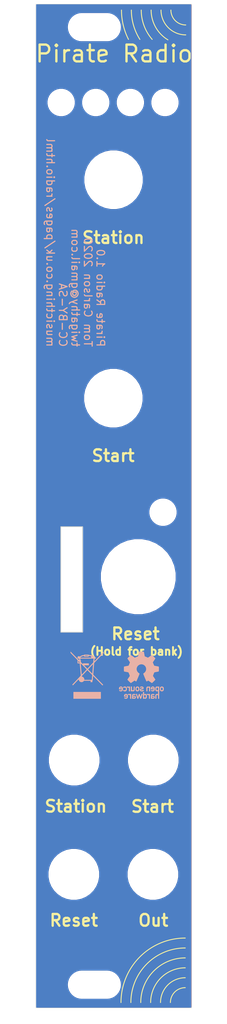
<source format=kicad_pcb>
(kicad_pcb (version 20171130) (host pcbnew "(5.1.4)-1")

  (general
    (thickness 1.6)
    (drawings 30)
    (tracks 0)
    (zones 0)
    (modules 16)
    (nets 1)
  )

  (page A4)
  (layers
    (0 F.Cu signal)
    (1 Route2 signal)
    (2 Route15 signal)
    (31 B.Cu signal)
    (32 B.Adhes user)
    (33 F.Adhes user)
    (34 B.Paste user)
    (35 F.Paste user)
    (36 B.SilkS user)
    (37 F.SilkS user)
    (38 B.Mask user)
    (39 F.Mask user)
    (40 Dwgs.User user)
    (41 Cmts.User user)
    (42 Eco1.User user)
    (43 Eco2.User user)
    (44 Edge.Cuts user)
    (45 Margin user)
    (46 B.CrtYd user)
    (47 F.CrtYd user)
    (48 B.Fab user)
    (49 F.Fab user)
  )

  (setup
    (last_trace_width 0.25)
    (trace_clearance 0.2)
    (zone_clearance 0.000001)
    (zone_45_only no)
    (trace_min 0.2)
    (via_size 0.8)
    (via_drill 0.4)
    (via_min_size 0.4)
    (via_min_drill 0.3)
    (uvia_size 0.3)
    (uvia_drill 0.1)
    (uvias_allowed no)
    (uvia_min_size 0.2)
    (uvia_min_drill 0.1)
    (edge_width 0.05)
    (segment_width 0.2)
    (pcb_text_width 0.3)
    (pcb_text_size 1.5 1.5)
    (mod_edge_width 0.12)
    (mod_text_size 1 1)
    (mod_text_width 0.15)
    (pad_size 3.1 3.1)
    (pad_drill 3.1)
    (pad_to_mask_clearance 0.051)
    (solder_mask_min_width 0.25)
    (aux_axis_origin 0 0)
    (visible_elements 7FFFFFFF)
    (pcbplotparams
      (layerselection 0x010fc_ffffffff)
      (usegerberextensions false)
      (usegerberattributes false)
      (usegerberadvancedattributes false)
      (creategerberjobfile false)
      (excludeedgelayer true)
      (linewidth 0.100000)
      (plotframeref false)
      (viasonmask false)
      (mode 1)
      (useauxorigin false)
      (hpglpennumber 1)
      (hpglpenspeed 20)
      (hpglpendiameter 15.000000)
      (psnegative false)
      (psa4output false)
      (plotreference true)
      (plotvalue true)
      (plotinvisibletext false)
      (padsonsilk false)
      (subtractmaskfromsilk false)
      (outputformat 1)
      (mirror false)
      (drillshape 1)
      (scaleselection 1)
      (outputdirectory ""))
  )

  (net 0 "")

  (net_class Default "This is the default net class."
    (clearance 0.2)
    (trace_width 0.25)
    (via_dia 0.8)
    (via_drill 0.4)
    (uvia_dia 0.3)
    (uvia_drill 0.1)
  )

  (module Symbol:OSHW-Logo_5.7x6mm_SilkScreen (layer B.Cu) (tedit 0) (tstamp 60155479)
    (at 156.972 122.555 180)
    (descr "Open Source Hardware Logo")
    (tags "Logo OSHW")
    (path /600400DA)
    (attr virtual)
    (fp_text reference J27 (at 0 0) (layer B.SilkS) hide
      (effects (font (size 1 1) (thickness 0.15)) (justify mirror))
    )
    (fp_text value OSHW (at 0.75 0) (layer B.Fab) hide
      (effects (font (size 1 1) (thickness 0.15)) (justify mirror))
    )
    (fp_poly (pts (xy -1.908759 -1.469184) (xy -1.882247 -1.482282) (xy -1.849553 -1.505106) (xy -1.825725 -1.529996)
      (xy -1.809406 -1.561249) (xy -1.79924 -1.603166) (xy -1.793872 -1.660044) (xy -1.791944 -1.736184)
      (xy -1.791831 -1.768917) (xy -1.792161 -1.840656) (xy -1.793527 -1.891927) (xy -1.7965 -1.927404)
      (xy -1.801649 -1.951763) (xy -1.809543 -1.96968) (xy -1.817757 -1.981902) (xy -1.870187 -2.033905)
      (xy -1.93193 -2.065184) (xy -1.998536 -2.074592) (xy -2.065558 -2.06098) (xy -2.086792 -2.051354)
      (xy -2.137624 -2.024859) (xy -2.137624 -2.440052) (xy -2.100525 -2.420868) (xy -2.051643 -2.406025)
      (xy -1.991561 -2.402222) (xy -1.931564 -2.409243) (xy -1.886256 -2.425013) (xy -1.848675 -2.455047)
      (xy -1.816564 -2.498024) (xy -1.81415 -2.502436) (xy -1.803967 -2.523221) (xy -1.79653 -2.54417)
      (xy -1.791411 -2.569548) (xy -1.788181 -2.603618) (xy -1.786413 -2.650641) (xy -1.785677 -2.714882)
      (xy -1.785544 -2.787176) (xy -1.785544 -3.017822) (xy -1.923861 -3.017822) (xy -1.923861 -2.592533)
      (xy -1.962549 -2.559979) (xy -2.002738 -2.53394) (xy -2.040797 -2.529205) (xy -2.079066 -2.541389)
      (xy -2.099462 -2.55332) (xy -2.114642 -2.570313) (xy -2.125438 -2.595995) (xy -2.132683 -2.633991)
      (xy -2.137208 -2.687926) (xy -2.139844 -2.761425) (xy -2.140772 -2.810347) (xy -2.143911 -3.011535)
      (xy -2.209926 -3.015336) (xy -2.27594 -3.019136) (xy -2.27594 -1.77065) (xy -2.137624 -1.77065)
      (xy -2.134097 -1.840254) (xy -2.122215 -1.888569) (xy -2.10002 -1.918631) (xy -2.065559 -1.933471)
      (xy -2.030742 -1.936436) (xy -1.991329 -1.933028) (xy -1.965171 -1.919617) (xy -1.948814 -1.901896)
      (xy -1.935937 -1.882835) (xy -1.928272 -1.861601) (xy -1.924861 -1.831849) (xy -1.924749 -1.787236)
      (xy -1.925897 -1.74988) (xy -1.928532 -1.693604) (xy -1.932456 -1.656658) (xy -1.939063 -1.633223)
      (xy -1.949749 -1.61748) (xy -1.959833 -1.60838) (xy -2.00197 -1.588537) (xy -2.05184 -1.585332)
      (xy -2.080476 -1.592168) (xy -2.108828 -1.616464) (xy -2.127609 -1.663728) (xy -2.136712 -1.733624)
      (xy -2.137624 -1.77065) (xy -2.27594 -1.77065) (xy -2.27594 -1.458614) (xy -2.206782 -1.458614)
      (xy -2.16526 -1.460256) (xy -2.143838 -1.466087) (xy -2.137626 -1.477461) (xy -2.137624 -1.477798)
      (xy -2.134742 -1.488938) (xy -2.12203 -1.487673) (xy -2.096757 -1.475433) (xy -2.037869 -1.456707)
      (xy -1.971615 -1.454739) (xy -1.908759 -1.469184)) (layer B.SilkS) (width 0.01))
    (fp_poly (pts (xy -1.38421 -2.406555) (xy -1.325055 -2.422339) (xy -1.280023 -2.450948) (xy -1.248246 -2.488419)
      (xy -1.238366 -2.504411) (xy -1.231073 -2.521163) (xy -1.225974 -2.542592) (xy -1.222679 -2.572616)
      (xy -1.220797 -2.615154) (xy -1.219937 -2.674122) (xy -1.219707 -2.75344) (xy -1.219703 -2.774484)
      (xy -1.219703 -3.017822) (xy -1.280059 -3.017822) (xy -1.318557 -3.015126) (xy -1.347023 -3.008295)
      (xy -1.354155 -3.004083) (xy -1.373652 -2.996813) (xy -1.393566 -3.004083) (xy -1.426353 -3.01316)
      (xy -1.473978 -3.016813) (xy -1.526764 -3.015228) (xy -1.575036 -3.008589) (xy -1.603218 -3.000072)
      (xy -1.657753 -2.965063) (xy -1.691835 -2.916479) (xy -1.707157 -2.851882) (xy -1.707299 -2.850223)
      (xy -1.705955 -2.821566) (xy -1.584356 -2.821566) (xy -1.573726 -2.854161) (xy -1.55641 -2.872505)
      (xy -1.521652 -2.886379) (xy -1.475773 -2.891917) (xy -1.428988 -2.889191) (xy -1.391514 -2.878274)
      (xy -1.381015 -2.871269) (xy -1.362668 -2.838904) (xy -1.35802 -2.802111) (xy -1.35802 -2.753763)
      (xy -1.427582 -2.753763) (xy -1.493667 -2.75885) (xy -1.543764 -2.773263) (xy -1.574929 -2.795729)
      (xy -1.584356 -2.821566) (xy -1.705955 -2.821566) (xy -1.703987 -2.779647) (xy -1.68071 -2.723845)
      (xy -1.636948 -2.681647) (xy -1.630899 -2.677808) (xy -1.604907 -2.665309) (xy -1.572735 -2.65774)
      (xy -1.52776 -2.654061) (xy -1.474331 -2.653216) (xy -1.35802 -2.653169) (xy -1.35802 -2.604411)
      (xy -1.362953 -2.566581) (xy -1.375543 -2.541236) (xy -1.377017 -2.539887) (xy -1.405034 -2.5288)
      (xy -1.447326 -2.524503) (xy -1.494064 -2.526615) (xy -1.535418 -2.534756) (xy -1.559957 -2.546965)
      (xy -1.573253 -2.556746) (xy -1.587294 -2.558613) (xy -1.606671 -2.5506) (xy -1.635976 -2.530739)
      (xy -1.679803 -2.497063) (xy -1.683825 -2.493909) (xy -1.681764 -2.482236) (xy -1.664568 -2.462822)
      (xy -1.638433 -2.441248) (xy -1.609552 -2.423096) (xy -1.600478 -2.418809) (xy -1.56738 -2.410256)
      (xy -1.51888 -2.404155) (xy -1.464695 -2.401708) (xy -1.462161 -2.401703) (xy -1.38421 -2.406555)) (layer B.SilkS) (width 0.01))
    (fp_poly (pts (xy -0.993356 -2.40302) (xy -0.974539 -2.40866) (xy -0.968473 -2.421053) (xy -0.968218 -2.426647)
      (xy -0.967129 -2.44223) (xy -0.959632 -2.444676) (xy -0.939381 -2.433993) (xy -0.927351 -2.426694)
      (xy -0.8894 -2.411063) (xy -0.844072 -2.403334) (xy -0.796544 -2.40274) (xy -0.751995 -2.408513)
      (xy -0.715602 -2.419884) (xy -0.692543 -2.436088) (xy -0.687996 -2.456355) (xy -0.690291 -2.461843)
      (xy -0.70702 -2.484626) (xy -0.732963 -2.512647) (xy -0.737655 -2.517177) (xy -0.762383 -2.538005)
      (xy -0.783718 -2.544735) (xy -0.813555 -2.540038) (xy -0.825508 -2.536917) (xy -0.862705 -2.529421)
      (xy -0.888859 -2.532792) (xy -0.910946 -2.544681) (xy -0.931178 -2.560635) (xy -0.946079 -2.5807)
      (xy -0.956434 -2.608702) (xy -0.963029 -2.648467) (xy -0.966649 -2.703823) (xy -0.968078 -2.778594)
      (xy -0.968218 -2.82374) (xy -0.968218 -3.017822) (xy -1.09396 -3.017822) (xy -1.09396 -2.401683)
      (xy -1.031089 -2.401683) (xy -0.993356 -2.40302)) (layer B.SilkS) (width 0.01))
    (fp_poly (pts (xy -0.201188 -3.017822) (xy -0.270346 -3.017822) (xy -0.310488 -3.016645) (xy -0.331394 -3.011772)
      (xy -0.338922 -3.001186) (xy -0.339505 -2.994029) (xy -0.340774 -2.979676) (xy -0.348779 -2.976923)
      (xy -0.369815 -2.985771) (xy -0.386173 -2.994029) (xy -0.448977 -3.013597) (xy -0.517248 -3.014729)
      (xy -0.572752 -3.000135) (xy -0.624438 -2.964877) (xy -0.663838 -2.912835) (xy -0.685413 -2.85145)
      (xy -0.685962 -2.848018) (xy -0.689167 -2.810571) (xy -0.690761 -2.756813) (xy -0.690633 -2.716155)
      (xy -0.553279 -2.716155) (xy -0.550097 -2.770194) (xy -0.542859 -2.814735) (xy -0.53306 -2.839888)
      (xy -0.495989 -2.87426) (xy -0.451974 -2.886582) (xy -0.406584 -2.876618) (xy -0.367797 -2.846895)
      (xy -0.353108 -2.826905) (xy -0.344519 -2.80305) (xy -0.340496 -2.76823) (xy -0.339505 -2.71593)
      (xy -0.341278 -2.664139) (xy -0.345963 -2.618634) (xy -0.352603 -2.588181) (xy -0.35371 -2.585452)
      (xy -0.380491 -2.553) (xy -0.419579 -2.535183) (xy -0.463315 -2.532306) (xy -0.504038 -2.544674)
      (xy -0.534087 -2.572593) (xy -0.537204 -2.578148) (xy -0.546961 -2.612022) (xy -0.552277 -2.660728)
      (xy -0.553279 -2.716155) (xy -0.690633 -2.716155) (xy -0.690568 -2.69554) (xy -0.689664 -2.662563)
      (xy -0.683514 -2.580981) (xy -0.670733 -2.51973) (xy -0.649471 -2.474449) (xy -0.617878 -2.440779)
      (xy -0.587207 -2.421014) (xy -0.544354 -2.40712) (xy -0.491056 -2.402354) (xy -0.43648 -2.406236)
      (xy -0.389792 -2.418282) (xy -0.365124 -2.432693) (xy -0.339505 -2.455878) (xy -0.339505 -2.162773)
      (xy -0.201188 -2.162773) (xy -0.201188 -3.017822)) (layer B.SilkS) (width 0.01))
    (fp_poly (pts (xy 0.281524 -2.404237) (xy 0.331255 -2.407971) (xy 0.461291 -2.797773) (xy 0.481678 -2.728614)
      (xy 0.493946 -2.685874) (xy 0.510085 -2.628115) (xy 0.527512 -2.564625) (xy 0.536726 -2.53057)
      (xy 0.571388 -2.401683) (xy 0.714391 -2.401683) (xy 0.671646 -2.536857) (xy 0.650596 -2.603342)
      (xy 0.625167 -2.683539) (xy 0.59861 -2.767193) (xy 0.574902 -2.841782) (xy 0.520902 -3.011535)
      (xy 0.462598 -3.015328) (xy 0.404295 -3.019122) (xy 0.372679 -2.914734) (xy 0.353182 -2.849889)
      (xy 0.331904 -2.7784) (xy 0.313308 -2.715263) (xy 0.312574 -2.71275) (xy 0.298684 -2.669969)
      (xy 0.286429 -2.640779) (xy 0.277846 -2.629741) (xy 0.276082 -2.631018) (xy 0.269891 -2.64813)
      (xy 0.258128 -2.684787) (xy 0.242225 -2.736378) (xy 0.223614 -2.798294) (xy 0.213543 -2.832352)
      (xy 0.159007 -3.017822) (xy 0.043264 -3.017822) (xy -0.049263 -2.725471) (xy -0.075256 -2.643462)
      (xy -0.098934 -2.568987) (xy -0.11918 -2.505544) (xy -0.134874 -2.456632) (xy -0.144898 -2.425749)
      (xy -0.147945 -2.416726) (xy -0.145533 -2.407487) (xy -0.126592 -2.403441) (xy -0.087177 -2.403846)
      (xy -0.081007 -2.404152) (xy -0.007914 -2.407971) (xy 0.039957 -2.58401) (xy 0.057553 -2.648211)
      (xy 0.073277 -2.704649) (xy 0.085746 -2.748422) (xy 0.093574 -2.77463) (xy 0.09502 -2.778903)
      (xy 0.101014 -2.77399) (xy 0.113101 -2.748532) (xy 0.129893 -2.705997) (xy 0.150003 -2.64985)
      (xy 0.167003 -2.59913) (xy 0.231794 -2.400504) (xy 0.281524 -2.404237)) (layer B.SilkS) (width 0.01))
    (fp_poly (pts (xy 1.038411 -2.405417) (xy 1.091411 -2.41829) (xy 1.106731 -2.42511) (xy 1.136428 -2.442974)
      (xy 1.15922 -2.463093) (xy 1.176083 -2.488962) (xy 1.187998 -2.524073) (xy 1.195942 -2.57192)
      (xy 1.200894 -2.635996) (xy 1.203831 -2.719794) (xy 1.204947 -2.775768) (xy 1.209052 -3.017822)
      (xy 1.138932 -3.017822) (xy 1.096393 -3.016038) (xy 1.074476 -3.009942) (xy 1.068812 -2.999706)
      (xy 1.065821 -2.988637) (xy 1.052451 -2.990754) (xy 1.034233 -2.999629) (xy 0.988624 -3.013233)
      (xy 0.930007 -3.016899) (xy 0.868354 -3.010903) (xy 0.813638 -2.995521) (xy 0.80873 -2.993386)
      (xy 0.758723 -2.958255) (xy 0.725756 -2.909419) (xy 0.710587 -2.852333) (xy 0.711746 -2.831824)
      (xy 0.835508 -2.831824) (xy 0.846413 -2.859425) (xy 0.878745 -2.879204) (xy 0.93091 -2.889819)
      (xy 0.958787 -2.891228) (xy 1.005247 -2.88762) (xy 1.036129 -2.873597) (xy 1.043664 -2.866931)
      (xy 1.064076 -2.830666) (xy 1.068812 -2.797773) (xy 1.068812 -2.753763) (xy 1.007513 -2.753763)
      (xy 0.936256 -2.757395) (xy 0.886276 -2.768818) (xy 0.854696 -2.788824) (xy 0.847626 -2.797743)
      (xy 0.835508 -2.831824) (xy 0.711746 -2.831824) (xy 0.713971 -2.792456) (xy 0.736663 -2.735244)
      (xy 0.767624 -2.69658) (xy 0.786376 -2.679864) (xy 0.804733 -2.668878) (xy 0.828619 -2.66218)
      (xy 0.863957 -2.658326) (xy 0.916669 -2.655873) (xy 0.937577 -2.655168) (xy 1.068812 -2.650879)
      (xy 1.06862 -2.611158) (xy 1.063537 -2.569405) (xy 1.045162 -2.544158) (xy 1.008039 -2.52803)
      (xy 1.007043 -2.527742) (xy 0.95441 -2.5214) (xy 0.902906 -2.529684) (xy 0.86463 -2.549827)
      (xy 0.849272 -2.559773) (xy 0.83273 -2.558397) (xy 0.807275 -2.543987) (xy 0.792328 -2.533817)
      (xy 0.763091 -2.512088) (xy 0.74498 -2.4958) (xy 0.742074 -2.491137) (xy 0.75404 -2.467005)
      (xy 0.789396 -2.438185) (xy 0.804753 -2.428461) (xy 0.848901 -2.411714) (xy 0.908398 -2.402227)
      (xy 0.974487 -2.400095) (xy 1.038411 -2.405417)) (layer B.SilkS) (width 0.01))
    (fp_poly (pts (xy 1.635255 -2.401486) (xy 1.683595 -2.411015) (xy 1.711114 -2.425125) (xy 1.740064 -2.448568)
      (xy 1.698876 -2.500571) (xy 1.673482 -2.532064) (xy 1.656238 -2.547428) (xy 1.639102 -2.549776)
      (xy 1.614027 -2.542217) (xy 1.602257 -2.537941) (xy 1.55427 -2.531631) (xy 1.510324 -2.545156)
      (xy 1.47806 -2.57571) (xy 1.472819 -2.585452) (xy 1.467112 -2.611258) (xy 1.462706 -2.658817)
      (xy 1.459811 -2.724758) (xy 1.458631 -2.80571) (xy 1.458614 -2.817226) (xy 1.458614 -3.017822)
      (xy 1.320297 -3.017822) (xy 1.320297 -2.401683) (xy 1.389456 -2.401683) (xy 1.429333 -2.402725)
      (xy 1.450107 -2.407358) (xy 1.457789 -2.417849) (xy 1.458614 -2.427745) (xy 1.458614 -2.453806)
      (xy 1.491745 -2.427745) (xy 1.529735 -2.409965) (xy 1.58077 -2.401174) (xy 1.635255 -2.401486)) (layer B.SilkS) (width 0.01))
    (fp_poly (pts (xy 2.032581 -2.40497) (xy 2.092685 -2.420597) (xy 2.143021 -2.452848) (xy 2.167393 -2.47694)
      (xy 2.207345 -2.533895) (xy 2.230242 -2.599965) (xy 2.238108 -2.681182) (xy 2.238148 -2.687748)
      (xy 2.238218 -2.753763) (xy 1.858264 -2.753763) (xy 1.866363 -2.788342) (xy 1.880987 -2.819659)
      (xy 1.906581 -2.852291) (xy 1.911935 -2.8575) (xy 1.957943 -2.885694) (xy 2.01041 -2.890475)
      (xy 2.070803 -2.871926) (xy 2.08104 -2.866931) (xy 2.112439 -2.851745) (xy 2.13347 -2.843094)
      (xy 2.137139 -2.842293) (xy 2.149948 -2.850063) (xy 2.174378 -2.869072) (xy 2.186779 -2.87946)
      (xy 2.212476 -2.903321) (xy 2.220915 -2.919077) (xy 2.215058 -2.933571) (xy 2.211928 -2.937534)
      (xy 2.190725 -2.954879) (xy 2.155738 -2.975959) (xy 2.131337 -2.988265) (xy 2.062072 -3.009946)
      (xy 1.985388 -3.016971) (xy 1.912765 -3.008647) (xy 1.892426 -3.002686) (xy 1.829476 -2.968952)
      (xy 1.782815 -2.917045) (xy 1.752173 -2.846459) (xy 1.737282 -2.756692) (xy 1.735647 -2.709753)
      (xy 1.740421 -2.641413) (xy 1.86099 -2.641413) (xy 1.872652 -2.646465) (xy 1.903998 -2.650429)
      (xy 1.949571 -2.652768) (xy 1.980446 -2.653169) (xy 2.035981 -2.652783) (xy 2.071033 -2.650975)
      (xy 2.090262 -2.646773) (xy 2.09833 -2.639203) (xy 2.099901 -2.628218) (xy 2.089121 -2.594381)
      (xy 2.06198 -2.56094) (xy 2.026277 -2.535272) (xy 1.99056 -2.524772) (xy 1.942048 -2.534086)
      (xy 1.900053 -2.561013) (xy 1.870936 -2.599827) (xy 1.86099 -2.641413) (xy 1.740421 -2.641413)
      (xy 1.742599 -2.610236) (xy 1.764055 -2.530949) (xy 1.80047 -2.471263) (xy 1.852297 -2.430549)
      (xy 1.91999 -2.408179) (xy 1.956662 -2.403871) (xy 2.032581 -2.40497)) (layer B.SilkS) (width 0.01))
    (fp_poly (pts (xy -2.538261 -1.465148) (xy -2.472479 -1.494231) (xy -2.42254 -1.542793) (xy -2.388374 -1.610908)
      (xy -2.369907 -1.698651) (xy -2.368583 -1.712351) (xy -2.367546 -1.808939) (xy -2.380993 -1.893602)
      (xy -2.408108 -1.962221) (xy -2.422627 -1.984294) (xy -2.473201 -2.031011) (xy -2.537609 -2.061268)
      (xy -2.609666 -2.073824) (xy -2.683185 -2.067439) (xy -2.739072 -2.047772) (xy -2.787132 -2.014629)
      (xy -2.826412 -1.971175) (xy -2.827092 -1.970158) (xy -2.843044 -1.943338) (xy -2.85341 -1.916368)
      (xy -2.859688 -1.882332) (xy -2.863373 -1.83431) (xy -2.864997 -1.794931) (xy -2.865672 -1.759219)
      (xy -2.739955 -1.759219) (xy -2.738726 -1.79477) (xy -2.734266 -1.842094) (xy -2.726397 -1.872465)
      (xy -2.712207 -1.894072) (xy -2.698917 -1.906694) (xy -2.651802 -1.933122) (xy -2.602505 -1.936653)
      (xy -2.556593 -1.917639) (xy -2.533638 -1.896331) (xy -2.517096 -1.874859) (xy -2.507421 -1.854313)
      (xy -2.503174 -1.827574) (xy -2.50292 -1.787523) (xy -2.504228 -1.750638) (xy -2.507043 -1.697947)
      (xy -2.511505 -1.663772) (xy -2.519548 -1.64148) (xy -2.533103 -1.624442) (xy -2.543845 -1.614703)
      (xy -2.588777 -1.589123) (xy -2.637249 -1.587847) (xy -2.677894 -1.602999) (xy -2.712567 -1.634642)
      (xy -2.733224 -1.68662) (xy -2.739955 -1.759219) (xy -2.865672 -1.759219) (xy -2.866479 -1.716621)
      (xy -2.863948 -1.658056) (xy -2.856362 -1.614007) (xy -2.842681 -1.579248) (xy -2.821865 -1.548551)
      (xy -2.814147 -1.539436) (xy -2.765889 -1.494021) (xy -2.714128 -1.467493) (xy -2.650828 -1.456379)
      (xy -2.619961 -1.455471) (xy -2.538261 -1.465148)) (layer B.SilkS) (width 0.01))
    (fp_poly (pts (xy -1.356699 -1.472614) (xy -1.344168 -1.478514) (xy -1.300799 -1.510283) (xy -1.25979 -1.556646)
      (xy -1.229168 -1.607696) (xy -1.220459 -1.631166) (xy -1.212512 -1.673091) (xy -1.207774 -1.723757)
      (xy -1.207199 -1.744679) (xy -1.207129 -1.810693) (xy -1.587083 -1.810693) (xy -1.578983 -1.845273)
      (xy -1.559104 -1.88617) (xy -1.524347 -1.921514) (xy -1.482998 -1.944282) (xy -1.456649 -1.94901)
      (xy -1.420916 -1.943273) (xy -1.378282 -1.928882) (xy -1.363799 -1.922262) (xy -1.31024 -1.895513)
      (xy -1.264533 -1.930376) (xy -1.238158 -1.953955) (xy -1.224124 -1.973417) (xy -1.223414 -1.979129)
      (xy -1.235951 -1.992973) (xy -1.263428 -2.014012) (xy -1.288366 -2.030425) (xy -1.355664 -2.05993)
      (xy -1.43111 -2.073284) (xy -1.505888 -2.069812) (xy -1.565495 -2.051663) (xy -1.626941 -2.012784)
      (xy -1.670608 -1.961595) (xy -1.697926 -1.895367) (xy -1.710322 -1.811371) (xy -1.711421 -1.772936)
      (xy -1.707022 -1.684861) (xy -1.706482 -1.682299) (xy -1.580582 -1.682299) (xy -1.577115 -1.690558)
      (xy -1.562863 -1.695113) (xy -1.53347 -1.697065) (xy -1.484575 -1.697517) (xy -1.465748 -1.697525)
      (xy -1.408467 -1.696843) (xy -1.372141 -1.694364) (xy -1.352604 -1.689443) (xy -1.34569 -1.681434)
      (xy -1.345445 -1.678862) (xy -1.353336 -1.658423) (xy -1.373085 -1.629789) (xy -1.381575 -1.619763)
      (xy -1.413094 -1.591408) (xy -1.445949 -1.580259) (xy -1.463651 -1.579327) (xy -1.511539 -1.590981)
      (xy -1.551699 -1.622285) (xy -1.577173 -1.667752) (xy -1.577625 -1.669233) (xy -1.580582 -1.682299)
      (xy -1.706482 -1.682299) (xy -1.692392 -1.61551) (xy -1.666038 -1.560025) (xy -1.633807 -1.520639)
      (xy -1.574217 -1.477931) (xy -1.504168 -1.455109) (xy -1.429661 -1.453046) (xy -1.356699 -1.472614)) (layer B.SilkS) (width 0.01))
    (fp_poly (pts (xy 0.014017 -1.456452) (xy 0.061634 -1.465482) (xy 0.111034 -1.48437) (xy 0.116312 -1.486777)
      (xy 0.153774 -1.506476) (xy 0.179717 -1.524781) (xy 0.188103 -1.536508) (xy 0.180117 -1.555632)
      (xy 0.16072 -1.58385) (xy 0.15211 -1.594384) (xy 0.116628 -1.635847) (xy 0.070885 -1.608858)
      (xy 0.02735 -1.590878) (xy -0.02295 -1.581267) (xy -0.071188 -1.58066) (xy -0.108533 -1.589691)
      (xy -0.117495 -1.595327) (xy -0.134563 -1.621171) (xy -0.136637 -1.650941) (xy -0.123866 -1.674197)
      (xy -0.116312 -1.678708) (xy -0.093675 -1.684309) (xy -0.053885 -1.690892) (xy -0.004834 -1.697183)
      (xy 0.004215 -1.69817) (xy 0.082996 -1.711798) (xy 0.140136 -1.734946) (xy 0.17803 -1.769752)
      (xy 0.199079 -1.818354) (xy 0.205635 -1.877718) (xy 0.196577 -1.945198) (xy 0.167164 -1.998188)
      (xy 0.117278 -2.036783) (xy 0.0468 -2.061081) (xy -0.031435 -2.070667) (xy -0.095234 -2.070552)
      (xy -0.146984 -2.061845) (xy -0.182327 -2.049825) (xy -0.226983 -2.02888) (xy -0.268253 -2.004574)
      (xy -0.282921 -1.993876) (xy -0.320643 -1.963084) (xy -0.275148 -1.917049) (xy -0.229653 -1.871013)
      (xy -0.177928 -1.905243) (xy -0.126048 -1.930952) (xy -0.070649 -1.944399) (xy -0.017395 -1.945818)
      (xy 0.028049 -1.935443) (xy 0.060016 -1.913507) (xy 0.070338 -1.894998) (xy 0.068789 -1.865314)
      (xy 0.04314 -1.842615) (xy -0.00654 -1.82694) (xy -0.060969 -1.819695) (xy -0.144736 -1.805873)
      (xy -0.206967 -1.779796) (xy -0.248493 -1.740699) (xy -0.270147 -1.68782) (xy -0.273147 -1.625126)
      (xy -0.258329 -1.559642) (xy -0.224546 -1.510144) (xy -0.171495 -1.476408) (xy -0.098874 -1.458207)
      (xy -0.045072 -1.454639) (xy 0.014017 -1.456452)) (layer B.SilkS) (width 0.01))
    (fp_poly (pts (xy 0.610762 -1.466055) (xy 0.674363 -1.500692) (xy 0.724123 -1.555372) (xy 0.747568 -1.599842)
      (xy 0.757634 -1.639121) (xy 0.764156 -1.695116) (xy 0.766951 -1.759621) (xy 0.765836 -1.824429)
      (xy 0.760626 -1.881334) (xy 0.754541 -1.911727) (xy 0.734014 -1.953306) (xy 0.698463 -1.997468)
      (xy 0.655619 -2.036087) (xy 0.613211 -2.061034) (xy 0.612177 -2.06143) (xy 0.559553 -2.072331)
      (xy 0.497188 -2.072601) (xy 0.437924 -2.062676) (xy 0.41504 -2.054722) (xy 0.356102 -2.0213)
      (xy 0.31389 -1.977511) (xy 0.286156 -1.919538) (xy 0.270651 -1.843565) (xy 0.267143 -1.803771)
      (xy 0.26759 -1.753766) (xy 0.402376 -1.753766) (xy 0.406917 -1.826732) (xy 0.419986 -1.882334)
      (xy 0.440756 -1.917861) (xy 0.455552 -1.92802) (xy 0.493464 -1.935104) (xy 0.538527 -1.933007)
      (xy 0.577487 -1.922812) (xy 0.587704 -1.917204) (xy 0.614659 -1.884538) (xy 0.632451 -1.834545)
      (xy 0.640024 -1.773705) (xy 0.636325 -1.708497) (xy 0.628057 -1.669253) (xy 0.60432 -1.623805)
      (xy 0.566849 -1.595396) (xy 0.52172 -1.585573) (xy 0.475011 -1.595887) (xy 0.439132 -1.621112)
      (xy 0.420277 -1.641925) (xy 0.409272 -1.662439) (xy 0.404026 -1.690203) (xy 0.402449 -1.732762)
      (xy 0.402376 -1.753766) (xy 0.26759 -1.753766) (xy 0.268094 -1.69758) (xy 0.285388 -1.610501)
      (xy 0.319029 -1.54253) (xy 0.369018 -1.493664) (xy 0.435356 -1.463899) (xy 0.449601 -1.460448)
      (xy 0.53521 -1.452345) (xy 0.610762 -1.466055)) (layer B.SilkS) (width 0.01))
    (fp_poly (pts (xy 0.993367 -1.654342) (xy 0.994555 -1.746563) (xy 0.998897 -1.81661) (xy 1.007558 -1.867381)
      (xy 1.021704 -1.901772) (xy 1.0425 -1.922679) (xy 1.07111 -1.933) (xy 1.106535 -1.935636)
      (xy 1.143636 -1.932682) (xy 1.171818 -1.921889) (xy 1.192243 -1.90036) (xy 1.206079 -1.865199)
      (xy 1.214491 -1.81351) (xy 1.218643 -1.742394) (xy 1.219703 -1.654342) (xy 1.219703 -1.458614)
      (xy 1.35802 -1.458614) (xy 1.35802 -2.062179) (xy 1.288862 -2.062179) (xy 1.24717 -2.060489)
      (xy 1.225701 -2.054556) (xy 1.219703 -2.043293) (xy 1.216091 -2.033261) (xy 1.201714 -2.035383)
      (xy 1.172736 -2.04958) (xy 1.106319 -2.07148) (xy 1.035875 -2.069928) (xy 0.968377 -2.046147)
      (xy 0.936233 -2.027362) (xy 0.911715 -2.007022) (xy 0.893804 -1.981573) (xy 0.881479 -1.947458)
      (xy 0.873723 -1.901121) (xy 0.869516 -1.839007) (xy 0.86784 -1.757561) (xy 0.867624 -1.694578)
      (xy 0.867624 -1.458614) (xy 0.993367 -1.458614) (xy 0.993367 -1.654342)) (layer B.SilkS) (width 0.01))
    (fp_poly (pts (xy 2.217226 -1.46388) (xy 2.29008 -1.49483) (xy 2.313027 -1.509895) (xy 2.342354 -1.533048)
      (xy 2.360764 -1.551253) (xy 2.363961 -1.557183) (xy 2.354935 -1.57034) (xy 2.331837 -1.592667)
      (xy 2.313344 -1.60825) (xy 2.262728 -1.648926) (xy 2.22276 -1.615295) (xy 2.191874 -1.593584)
      (xy 2.161759 -1.58609) (xy 2.127292 -1.58792) (xy 2.072561 -1.601528) (xy 2.034886 -1.629772)
      (xy 2.011991 -1.675433) (xy 2.001597 -1.741289) (xy 2.001595 -1.741331) (xy 2.002494 -1.814939)
      (xy 2.016463 -1.868946) (xy 2.044328 -1.905716) (xy 2.063325 -1.918168) (xy 2.113776 -1.933673)
      (xy 2.167663 -1.933683) (xy 2.214546 -1.918638) (xy 2.225644 -1.911287) (xy 2.253476 -1.892511)
      (xy 2.275236 -1.889434) (xy 2.298704 -1.903409) (xy 2.324649 -1.92851) (xy 2.365716 -1.97088)
      (xy 2.320121 -2.008464) (xy 2.249674 -2.050882) (xy 2.170233 -2.071785) (xy 2.087215 -2.070272)
      (xy 2.032694 -2.056411) (xy 1.96897 -2.022135) (xy 1.918005 -1.968212) (xy 1.894851 -1.930149)
      (xy 1.876099 -1.875536) (xy 1.866715 -1.806369) (xy 1.866643 -1.731407) (xy 1.875824 -1.659409)
      (xy 1.894199 -1.599137) (xy 1.897093 -1.592958) (xy 1.939952 -1.532351) (xy 1.997979 -1.488224)
      (xy 2.066591 -1.461493) (xy 2.141201 -1.453073) (xy 2.217226 -1.46388)) (layer B.SilkS) (width 0.01))
    (fp_poly (pts (xy 2.677898 -1.456457) (xy 2.710096 -1.464279) (xy 2.771825 -1.492921) (xy 2.82461 -1.536667)
      (xy 2.861141 -1.589117) (xy 2.86616 -1.600893) (xy 2.873045 -1.63174) (xy 2.877864 -1.677371)
      (xy 2.879505 -1.723492) (xy 2.879505 -1.810693) (xy 2.697178 -1.810693) (xy 2.621979 -1.810978)
      (xy 2.569003 -1.812704) (xy 2.535325 -1.817181) (xy 2.51802 -1.82572) (xy 2.514163 -1.83963)
      (xy 2.520829 -1.860222) (xy 2.53277 -1.884315) (xy 2.56608 -1.924525) (xy 2.612368 -1.944558)
      (xy 2.668944 -1.943905) (xy 2.733031 -1.922101) (xy 2.788417 -1.895193) (xy 2.834375 -1.931532)
      (xy 2.880333 -1.967872) (xy 2.837096 -2.007819) (xy 2.779374 -2.045563) (xy 2.708386 -2.06832)
      (xy 2.632029 -2.074688) (xy 2.558199 -2.063268) (xy 2.546287 -2.059393) (xy 2.481399 -2.025506)
      (xy 2.43313 -1.974986) (xy 2.400465 -1.906325) (xy 2.382385 -1.818014) (xy 2.382175 -1.816121)
      (xy 2.380556 -1.719878) (xy 2.3871 -1.685542) (xy 2.514852 -1.685542) (xy 2.526584 -1.690822)
      (xy 2.558438 -1.694867) (xy 2.605397 -1.697176) (xy 2.635154 -1.697525) (xy 2.690648 -1.697306)
      (xy 2.725346 -1.695916) (xy 2.743601 -1.692251) (xy 2.749766 -1.68521) (xy 2.748195 -1.67369)
      (xy 2.746878 -1.669233) (xy 2.724382 -1.627355) (xy 2.689003 -1.593604) (xy 2.65778 -1.578773)
      (xy 2.616301 -1.579668) (xy 2.574269 -1.598164) (xy 2.539012 -1.628786) (xy 2.517854 -1.666062)
      (xy 2.514852 -1.685542) (xy 2.3871 -1.685542) (xy 2.39669 -1.635229) (xy 2.428698 -1.564191)
      (xy 2.474701 -1.508779) (xy 2.532821 -1.471009) (xy 2.60118 -1.452896) (xy 2.677898 -1.456457)) (layer B.SilkS) (width 0.01))
    (fp_poly (pts (xy -0.754012 -1.469002) (xy -0.722717 -1.48395) (xy -0.692409 -1.505541) (xy -0.669318 -1.530391)
      (xy -0.6525 -1.562087) (xy -0.641006 -1.604214) (xy -0.633891 -1.660358) (xy -0.630207 -1.734106)
      (xy -0.629008 -1.829044) (xy -0.628989 -1.838985) (xy -0.628713 -2.062179) (xy -0.76703 -2.062179)
      (xy -0.76703 -1.856418) (xy -0.767128 -1.780189) (xy -0.767809 -1.724939) (xy -0.769651 -1.686501)
      (xy -0.773233 -1.660706) (xy -0.779132 -1.643384) (xy -0.787927 -1.630368) (xy -0.80018 -1.617507)
      (xy -0.843047 -1.589873) (xy -0.889843 -1.584745) (xy -0.934424 -1.602217) (xy -0.949928 -1.615221)
      (xy -0.96131 -1.627447) (xy -0.969481 -1.64054) (xy -0.974974 -1.658615) (xy -0.97832 -1.685787)
      (xy -0.980051 -1.72617) (xy -0.980697 -1.783879) (xy -0.980792 -1.854132) (xy -0.980792 -2.062179)
      (xy -1.119109 -2.062179) (xy -1.119109 -1.458614) (xy -1.04995 -1.458614) (xy -1.008428 -1.460256)
      (xy -0.987006 -1.466087) (xy -0.980795 -1.477461) (xy -0.980792 -1.477798) (xy -0.97791 -1.488938)
      (xy -0.965199 -1.487674) (xy -0.939926 -1.475434) (xy -0.882605 -1.457424) (xy -0.817037 -1.455421)
      (xy -0.754012 -1.469002)) (layer B.SilkS) (width 0.01))
    (fp_poly (pts (xy 1.79946 -1.45803) (xy 1.842711 -1.471245) (xy 1.870558 -1.487941) (xy 1.879629 -1.501145)
      (xy 1.877132 -1.516797) (xy 1.860931 -1.541385) (xy 1.847232 -1.5588) (xy 1.818992 -1.590283)
      (xy 1.797775 -1.603529) (xy 1.779688 -1.602664) (xy 1.726035 -1.58901) (xy 1.68663 -1.58963)
      (xy 1.654632 -1.605104) (xy 1.64389 -1.614161) (xy 1.609505 -1.646027) (xy 1.609505 -2.062179)
      (xy 1.471188 -2.062179) (xy 1.471188 -1.458614) (xy 1.540347 -1.458614) (xy 1.581869 -1.460256)
      (xy 1.603291 -1.466087) (xy 1.609502 -1.477461) (xy 1.609505 -1.477798) (xy 1.612439 -1.489713)
      (xy 1.625704 -1.488159) (xy 1.644084 -1.479563) (xy 1.682046 -1.463568) (xy 1.712872 -1.453945)
      (xy 1.752536 -1.451478) (xy 1.79946 -1.45803)) (layer B.SilkS) (width 0.01))
    (fp_poly (pts (xy 0.376964 2.709982) (xy 0.433812 2.40843) (xy 0.853338 2.235488) (xy 1.104984 2.406605)
      (xy 1.175458 2.45425) (xy 1.239163 2.49679) (xy 1.293126 2.532285) (xy 1.334373 2.55879)
      (xy 1.359934 2.574364) (xy 1.366895 2.577722) (xy 1.379435 2.569086) (xy 1.406231 2.545208)
      (xy 1.44428 2.509141) (xy 1.490579 2.463933) (xy 1.542123 2.412636) (xy 1.595909 2.358299)
      (xy 1.648935 2.303972) (xy 1.698195 2.252705) (xy 1.740687 2.207549) (xy 1.773407 2.171554)
      (xy 1.793351 2.14777) (xy 1.798119 2.13981) (xy 1.791257 2.125135) (xy 1.77202 2.092986)
      (xy 1.74243 2.046508) (xy 1.70451 1.988844) (xy 1.660282 1.92314) (xy 1.634654 1.885664)
      (xy 1.587941 1.817232) (xy 1.546432 1.75548) (xy 1.51214 1.703481) (xy 1.48708 1.664308)
      (xy 1.473264 1.641035) (xy 1.471188 1.636145) (xy 1.475895 1.622245) (xy 1.488723 1.58985)
      (xy 1.507738 1.543515) (xy 1.531003 1.487794) (xy 1.556584 1.427242) (xy 1.582545 1.366414)
      (xy 1.60695 1.309864) (xy 1.627863 1.262148) (xy 1.643349 1.227819) (xy 1.651472 1.211432)
      (xy 1.651952 1.210788) (xy 1.664707 1.207659) (xy 1.698677 1.200679) (xy 1.75034 1.190533)
      (xy 1.816176 1.177908) (xy 1.892664 1.163491) (xy 1.93729 1.155177) (xy 2.019021 1.139616)
      (xy 2.092843 1.124808) (xy 2.155021 1.111564) (xy 2.201822 1.100695) (xy 2.229509 1.093011)
      (xy 2.235074 1.090573) (xy 2.240526 1.07407) (xy 2.244924 1.0368) (xy 2.248272 0.98312)
      (xy 2.250574 0.917388) (xy 2.251832 0.843963) (xy 2.252048 0.767204) (xy 2.251227 0.691468)
      (xy 2.249371 0.621114) (xy 2.246482 0.5605) (xy 2.242565 0.513984) (xy 2.237622 0.485925)
      (xy 2.234657 0.480084) (xy 2.216934 0.473083) (xy 2.179381 0.463073) (xy 2.126964 0.451231)
      (xy 2.064652 0.438733) (xy 2.0429 0.43469) (xy 1.938024 0.41548) (xy 1.85518 0.400009)
      (xy 1.79163 0.387663) (xy 1.744637 0.377827) (xy 1.711463 0.369886) (xy 1.689371 0.363224)
      (xy 1.675624 0.357227) (xy 1.667484 0.351281) (xy 1.666345 0.350106) (xy 1.654977 0.331174)
      (xy 1.637635 0.294331) (xy 1.61605 0.244087) (xy 1.591954 0.184954) (xy 1.567079 0.121444)
      (xy 1.543157 0.058068) (xy 1.521919 -0.000662) (xy 1.505097 -0.050235) (xy 1.494422 -0.086139)
      (xy 1.491627 -0.103862) (xy 1.49186 -0.104483) (xy 1.501331 -0.11897) (xy 1.522818 -0.150844)
      (xy 1.554063 -0.196789) (xy 1.592807 -0.253485) (xy 1.636793 -0.317617) (xy 1.649319 -0.335842)
      (xy 1.693984 -0.401914) (xy 1.733288 -0.4622) (xy 1.765088 -0.513235) (xy 1.787245 -0.55156)
      (xy 1.797617 -0.573711) (xy 1.798119 -0.576432) (xy 1.789405 -0.590736) (xy 1.765325 -0.619072)
      (xy 1.728976 -0.658396) (xy 1.683453 -0.705661) (xy 1.631852 -0.757823) (xy 1.577267 -0.811835)
      (xy 1.522794 -0.864653) (xy 1.471529 -0.913231) (xy 1.426567 -0.954523) (xy 1.391004 -0.985485)
      (xy 1.367935 -1.00307) (xy 1.361554 -1.005941) (xy 1.346699 -0.999178) (xy 1.316286 -0.980939)
      (xy 1.275268 -0.954297) (xy 1.243709 -0.932852) (xy 1.186525 -0.893503) (xy 1.118806 -0.847171)
      (xy 1.05088 -0.800913) (xy 1.014361 -0.776155) (xy 0.890752 -0.692547) (xy 0.786991 -0.74865)
      (xy 0.73972 -0.773228) (xy 0.699523 -0.792331) (xy 0.672326 -0.803227) (xy 0.665402 -0.804743)
      (xy 0.657077 -0.793549) (xy 0.640654 -0.761917) (xy 0.617357 -0.712765) (xy 0.588414 -0.64901)
      (xy 0.55505 -0.573571) (xy 0.518491 -0.489364) (xy 0.479964 -0.399308) (xy 0.440694 -0.306321)
      (xy 0.401908 -0.21332) (xy 0.36483 -0.123223) (xy 0.330689 -0.038948) (xy 0.300708 0.036587)
      (xy 0.276116 0.100466) (xy 0.258136 0.149769) (xy 0.247997 0.181579) (xy 0.246366 0.192504)
      (xy 0.259291 0.206439) (xy 0.287589 0.22906) (xy 0.325346 0.255667) (xy 0.328515 0.257772)
      (xy 0.4261 0.335886) (xy 0.504786 0.427018) (xy 0.563891 0.528255) (xy 0.602732 0.636682)
      (xy 0.620628 0.749386) (xy 0.616897 0.863452) (xy 0.590857 0.975966) (xy 0.541825 1.084015)
      (xy 0.5274 1.107655) (xy 0.452369 1.203113) (xy 0.36373 1.279768) (xy 0.264549 1.33722)
      (xy 0.157895 1.375071) (xy 0.046836 1.392922) (xy -0.065561 1.390375) (xy -0.176227 1.36703)
      (xy -0.282094 1.32249) (xy -0.380095 1.256355) (xy -0.41041 1.229513) (xy -0.487562 1.145488)
      (xy -0.543782 1.057034) (xy -0.582347 0.957885) (xy -0.603826 0.859697) (xy -0.609128 0.749303)
      (xy -0.591448 0.63836) (xy -0.552581 0.530619) (xy -0.494323 0.429831) (xy -0.418469 0.339744)
      (xy -0.326817 0.264108) (xy -0.314772 0.256136) (xy -0.276611 0.230026) (xy -0.247601 0.207405)
      (xy -0.233732 0.192961) (xy -0.233531 0.192504) (xy -0.236508 0.176879) (xy -0.248311 0.141418)
      (xy -0.267714 0.089038) (xy -0.293488 0.022655) (xy -0.324409 -0.054814) (xy -0.359249 -0.14045)
      (xy -0.396783 -0.231337) (xy -0.435783 -0.324559) (xy -0.475023 -0.417197) (xy -0.513276 -0.506335)
      (xy -0.549317 -0.589055) (xy -0.581917 -0.662441) (xy -0.609852 -0.723575) (xy -0.631895 -0.769541)
      (xy -0.646818 -0.797421) (xy -0.652828 -0.804743) (xy -0.671191 -0.799041) (xy -0.705552 -0.783749)
      (xy -0.749984 -0.761599) (xy -0.774417 -0.74865) (xy -0.878178 -0.692547) (xy -1.001787 -0.776155)
      (xy -1.064886 -0.818987) (xy -1.13397 -0.866122) (xy -1.198707 -0.910503) (xy -1.231134 -0.932852)
      (xy -1.276741 -0.963477) (xy -1.31536 -0.987747) (xy -1.341952 -1.002587) (xy -1.35059 -1.005724)
      (xy -1.363161 -0.997261) (xy -1.390984 -0.973636) (xy -1.431361 -0.937302) (xy -1.481595 -0.890711)
      (xy -1.538988 -0.836317) (xy -1.575286 -0.801392) (xy -1.63879 -0.738996) (xy -1.693673 -0.683188)
      (xy -1.737714 -0.636354) (xy -1.768695 -0.600882) (xy -1.784398 -0.579161) (xy -1.785905 -0.574752)
      (xy -1.778914 -0.557985) (xy -1.759594 -0.524082) (xy -1.730091 -0.476476) (xy -1.692545 -0.418599)
      (xy -1.6491 -0.353884) (xy -1.636745 -0.335842) (xy -1.591727 -0.270267) (xy -1.55134 -0.211228)
      (xy -1.51784 -0.162042) (xy -1.493486 -0.126028) (xy -1.480536 -0.106502) (xy -1.479285 -0.104483)
      (xy -1.481156 -0.088922) (xy -1.491087 -0.054709) (xy -1.507347 -0.006355) (xy -1.528205 0.051629)
      (xy -1.551927 0.11473) (xy -1.576784 0.178437) (xy -1.601042 0.238239) (xy -1.622971 0.289624)
      (xy -1.640838 0.328081) (xy -1.652913 0.349098) (xy -1.653771 0.350106) (xy -1.661154 0.356112)
      (xy -1.673625 0.362052) (xy -1.69392 0.36854) (xy -1.724778 0.376191) (xy -1.768934 0.38562)
      (xy -1.829126 0.397441) (xy -1.908093 0.412271) (xy -2.00857 0.430723) (xy -2.030325 0.43469)
      (xy -2.094802 0.447147) (xy -2.151011 0.459334) (xy -2.193987 0.470074) (xy -2.21876 0.478191)
      (xy -2.222082 0.480084) (xy -2.227556 0.496862) (xy -2.232006 0.534355) (xy -2.235428 0.588206)
      (xy -2.237819 0.654056) (xy -2.239177 0.727547) (xy -2.239499 0.80432) (xy -2.238781 0.880017)
      (xy -2.237021 0.95028) (xy -2.234216 1.01075) (xy -2.230362 1.05707) (xy -2.225457 1.084881)
      (xy -2.2225 1.090573) (xy -2.206037 1.096314) (xy -2.168551 1.105655) (xy -2.113775 1.117785)
      (xy -2.045445 1.131893) (xy -1.967294 1.14717) (xy -1.924716 1.155177) (xy -1.843929 1.170279)
      (xy -1.771887 1.18396) (xy -1.712111 1.195533) (xy -1.668121 1.204313) (xy -1.643439 1.209613)
      (xy -1.639377 1.210788) (xy -1.632511 1.224035) (xy -1.617998 1.255943) (xy -1.597771 1.301953)
      (xy -1.573766 1.357508) (xy -1.547918 1.418047) (xy -1.52216 1.479014) (xy -1.498427 1.535849)
      (xy -1.478654 1.583994) (xy -1.464776 1.61889) (xy -1.458726 1.635979) (xy -1.458614 1.636726)
      (xy -1.465472 1.650207) (xy -1.484698 1.68123) (xy -1.514272 1.726711) (xy -1.552173 1.783568)
      (xy -1.59638 1.848717) (xy -1.622079 1.886138) (xy -1.668907 1.954753) (xy -1.710499 2.017048)
      (xy -1.744825 2.069871) (xy -1.769857 2.110073) (xy -1.783565 2.1345) (xy -1.785544 2.139976)
      (xy -1.777034 2.152722) (xy -1.753507 2.179937) (xy -1.717968 2.218572) (xy -1.673423 2.265577)
      (xy -1.622877 2.317905) (xy -1.569336 2.372505) (xy -1.515805 2.42633) (xy -1.465289 2.47633)
      (xy -1.420794 2.519457) (xy -1.385325 2.552661) (xy -1.361887 2.572894) (xy -1.354046 2.577722)
      (xy -1.34128 2.570933) (xy -1.310744 2.551858) (xy -1.26541 2.522439) (xy -1.208244 2.484619)
      (xy -1.142216 2.440339) (xy -1.09241 2.406605) (xy -0.840764 2.235488) (xy -0.631001 2.321959)
      (xy -0.421237 2.40843) (xy -0.364389 2.709982) (xy -0.30754 3.011534) (xy 0.320115 3.011534)
      (xy 0.376964 2.709982)) (layer B.SilkS) (width 0.01))
  )

  (module Symbol:WEEE-Logo_4.2x6mm_SilkScreen (layer B.Cu) (tedit 0) (tstamp 60155474)
    (at 149.987 122.555 180)
    (descr "Waste Electrical and Electronic Equipment Directive")
    (tags "Logo WEEE")
    (path /60041A75)
    (attr virtual)
    (fp_text reference J26 (at 0 0) (layer B.SilkS) hide
      (effects (font (size 1 1) (thickness 0.15)) (justify mirror))
    )
    (fp_text value WEEE (at 0.75 0) (layer B.Fab) hide
      (effects (font (size 1 1) (thickness 0.15)) (justify mirror))
    )
    (fp_poly (pts (xy 1.747822 -3.017822) (xy -1.772971 -3.017822) (xy -1.772971 -2.150198) (xy 1.747822 -2.150198)
      (xy 1.747822 -3.017822)) (layer B.SilkS) (width 0.01))
    (fp_poly (pts (xy 2.12443 2.935152) (xy 2.123811 2.848069) (xy 1.672086 2.389109) (xy 1.220361 1.930148)
      (xy 1.220032 1.719529) (xy 1.219703 1.508911) (xy 0.94461 1.508911) (xy 0.937522 1.45547)
      (xy 0.934838 1.431112) (xy 0.930313 1.385241) (xy 0.924191 1.320595) (xy 0.916712 1.239909)
      (xy 0.908119 1.145919) (xy 0.898654 1.041363) (xy 0.888558 0.928975) (xy 0.878074 0.811493)
      (xy 0.867444 0.691652) (xy 0.856909 0.572189) (xy 0.846713 0.455841) (xy 0.837095 0.345343)
      (xy 0.8283 0.243431) (xy 0.820568 0.152842) (xy 0.814142 0.076313) (xy 0.809263 0.016579)
      (xy 0.806175 -0.023624) (xy 0.805117 -0.041559) (xy 0.805118 -0.041644) (xy 0.812827 -0.056035)
      (xy 0.835981 -0.085748) (xy 0.874895 -0.131131) (xy 0.929884 -0.192529) (xy 1.001264 -0.270288)
      (xy 1.089349 -0.364754) (xy 1.194454 -0.476272) (xy 1.316895 -0.605188) (xy 1.35131 -0.641287)
      (xy 1.897137 -1.213416) (xy 1.808881 -1.301436) (xy 1.737485 -1.223758) (xy 1.711366 -1.195686)
      (xy 1.670566 -1.152274) (xy 1.617777 -1.096366) (xy 1.555691 -1.030808) (xy 1.487 -0.958441)
      (xy 1.414396 -0.882112) (xy 1.37096 -0.836524) (xy 1.289416 -0.751119) (xy 1.223504 -0.68271)
      (xy 1.171544 -0.630053) (xy 1.131855 -0.591905) (xy 1.102757 -0.56702) (xy 1.082569 -0.554156)
      (xy 1.06961 -0.552068) (xy 1.0622 -0.559513) (xy 1.058658 -0.575246) (xy 1.057303 -0.598023)
      (xy 1.057121 -0.604239) (xy 1.047703 -0.647061) (xy 1.024497 -0.698819) (xy 0.992136 -0.751328)
      (xy 0.955252 -0.796403) (xy 0.940493 -0.810328) (xy 0.864767 -0.859047) (xy 0.776308 -0.886306)
      (xy 0.6981 -0.892773) (xy 0.609468 -0.880576) (xy 0.527612 -0.844813) (xy 0.455164 -0.786722)
      (xy 0.441797 -0.772262) (xy 0.392918 -0.716733) (xy -0.452674 -0.716733) (xy -0.452674 -0.892773)
      (xy -0.67901 -0.892773) (xy -0.67901 -0.810531) (xy -0.68185 -0.754386) (xy -0.691393 -0.715416)
      (xy -0.702991 -0.694219) (xy -0.711277 -0.679052) (xy -0.718373 -0.657062) (xy -0.724748 -0.624987)
      (xy -0.730872 -0.579569) (xy -0.737216 -0.517548) (xy -0.74425 -0.435662) (xy -0.749066 -0.374746)
      (xy -0.771161 -0.089343) (xy -1.313565 -0.638805) (xy -1.411637 -0.738228) (xy -1.505784 -0.833815)
      (xy -1.594285 -0.92381) (xy -1.67542 -1.006457) (xy -1.747469 -1.080001) (xy -1.808712 -1.142684)
      (xy -1.857427 -1.192752) (xy -1.891896 -1.228448) (xy -1.910379 -1.247995) (xy -1.940743 -1.278944)
      (xy -1.966071 -1.30053) (xy -1.979695 -1.307723) (xy -1.997095 -1.299297) (xy -2.02246 -1.278245)
      (xy -2.031058 -1.269671) (xy -2.067514 -1.23162) (xy -1.866802 -1.027658) (xy -1.815596 -0.975699)
      (xy -1.749569 -0.90882) (xy -1.671618 -0.82995) (xy -1.584638 -0.742014) (xy -1.491526 -0.647941)
      (xy -1.395179 -0.550658) (xy -1.298492 -0.453093) (xy -1.229134 -0.383145) (xy -1.123703 -0.27655)
      (xy -1.035129 -0.186307) (xy -0.962281 -0.111192) (xy -0.904023 -0.049986) (xy -0.859225 -0.001466)
      (xy -0.837021 0.023871) (xy -0.658724 0.023871) (xy -0.636401 -0.261555) (xy -0.629669 -0.345219)
      (xy -0.623157 -0.421727) (xy -0.617234 -0.487081) (xy -0.612268 -0.537281) (xy -0.608629 -0.568329)
      (xy -0.607458 -0.575273) (xy -0.600838 -0.603565) (xy 0.348636 -0.603565) (xy 0.354974 -0.524606)
      (xy 0.37411 -0.431315) (xy 0.414154 -0.348791) (xy 0.472582 -0.280038) (xy 0.546871 -0.228063)
      (xy 0.630252 -0.196863) (xy 0.657302 -0.182228) (xy 0.670844 -0.150819) (xy 0.671128 -0.149434)
      (xy 0.672753 -0.136174) (xy 0.670744 -0.122595) (xy 0.663142 -0.106181) (xy 0.647984 -0.084411)
      (xy 0.623312 -0.054767) (xy 0.587164 -0.014732) (xy 0.53758 0.038215) (xy 0.472599 0.106591)
      (xy 0.468401 0.110995) (xy 0.398507 0.184389) (xy 0.3242 0.262563) (xy 0.250586 0.340136)
      (xy 0.182771 0.411725) (xy 0.12586 0.471949) (xy 0.113168 0.485413) (xy 0.064513 0.53618)
      (xy 0.021291 0.579625) (xy -0.013395 0.612759) (xy -0.036444 0.632595) (xy -0.044182 0.636954)
      (xy -0.055722 0.62783) (xy -0.08271 0.6028) (xy -0.123021 0.563948) (xy -0.174529 0.513357)
      (xy -0.235109 0.453112) (xy -0.302636 0.385296) (xy -0.357826 0.329435) (xy -0.658724 0.023871)
      (xy -0.837021 0.023871) (xy -0.826751 0.035589) (xy -0.805471 0.062401) (xy -0.794251 0.080192)
      (xy -0.791754 0.08843) (xy -0.7927 0.10641) (xy -0.795573 0.147108) (xy -0.800187 0.208181)
      (xy -0.806358 0.287287) (xy -0.813898 0.382086) (xy -0.822621 0.490233) (xy -0.832343 0.609388)
      (xy -0.842876 0.737209) (xy -0.851365 0.839365) (xy -0.899396 1.415326) (xy -0.775805 1.415326)
      (xy -0.775273 1.402896) (xy -0.772769 1.36789) (xy -0.768496 1.312785) (xy -0.762653 1.240057)
      (xy -0.755443 1.152186) (xy -0.747066 1.051649) (xy -0.737723 0.940923) (xy -0.728758 0.835795)
      (xy -0.718602 0.716517) (xy -0.709142 0.60392) (xy -0.700596 0.500695) (xy -0.693179 0.409527)
      (xy -0.687108 0.333105) (xy -0.682601 0.274117) (xy -0.679873 0.235251) (xy -0.679116 0.220156)
      (xy -0.677935 0.210762) (xy -0.673256 0.207034) (xy -0.663276 0.210529) (xy -0.64619 0.222801)
      (xy -0.620196 0.245406) (xy -0.58349 0.2799) (xy -0.534267 0.327838) (xy -0.470726 0.390776)
      (xy -0.403305 0.458032) (xy -0.127601 0.733523) (xy -0.129533 0.735594) (xy 0.05271 0.735594)
      (xy 0.061016 0.72422) (xy 0.084267 0.697437) (xy 0.120135 0.657708) (xy 0.166287 0.607493)
      (xy 0.220394 0.549254) (xy 0.280126 0.485453) (xy 0.343152 0.418551) (xy 0.407142 0.35101)
      (xy 0.469764 0.28529) (xy 0.52869 0.223854) (xy 0.581588 0.169163) (xy 0.626128 0.123678)
      (xy 0.65998 0.089862) (xy 0.680812 0.070174) (xy 0.686494 0.066163) (xy 0.688366 0.079109)
      (xy 0.692254 0.114866) (xy 0.697943 0.171196) (xy 0.705219 0.24586) (xy 0.713869 0.33662)
      (xy 0.723678 0.441238) (xy 0.734434 0.557474) (xy 0.745921 0.683092) (xy 0.755093 0.784382)
      (xy 0.766826 0.915721) (xy 0.777665 1.039448) (xy 0.78743 1.153319) (xy 0.795937 1.255089)
      (xy 0.803005 1.342513) (xy 0.808451 1.413347) (xy 0.812092 1.465347) (xy 0.813747 1.496268)
      (xy 0.813558 1.504297) (xy 0.803666 1.497146) (xy 0.778476 1.474159) (xy 0.74019 1.437561)
      (xy 0.691011 1.389578) (xy 0.633139 1.332434) (xy 0.568778 1.268353) (xy 0.500129 1.199562)
      (xy 0.429395 1.128284) (xy 0.358778 1.056745) (xy 0.29048 0.98717) (xy 0.226704 0.921783)
      (xy 0.16965 0.862809) (xy 0.121522 0.812473) (xy 0.084522 0.773001) (xy 0.060852 0.746617)
      (xy 0.05271 0.735594) (xy -0.129533 0.735594) (xy -0.230409 0.843705) (xy -0.282768 0.899623)
      (xy -0.341535 0.962052) (xy -0.404385 1.028557) (xy -0.468995 1.096702) (xy -0.533042 1.164052)
      (xy -0.594203 1.228172) (xy -0.650153 1.286628) (xy -0.69857 1.336982) (xy -0.73713 1.376802)
      (xy -0.763509 1.40365) (xy -0.775384 1.415092) (xy -0.775805 1.415326) (xy -0.899396 1.415326)
      (xy -0.911401 1.559274) (xy -1.511938 2.190842) (xy -2.112475 2.822411) (xy -2.112034 2.910685)
      (xy -2.111592 2.99896) (xy -2.014583 2.895334) (xy -1.960291 2.837537) (xy -1.896192 2.769632)
      (xy -1.824016 2.693428) (xy -1.745492 2.610731) (xy -1.662349 2.523347) (xy -1.576319 2.433085)
      (xy -1.48913 2.34175) (xy -1.402513 2.251151) (xy -1.318197 2.163093) (xy -1.237912 2.079385)
      (xy -1.163387 2.001833) (xy -1.096354 1.932243) (xy -1.038541 1.872424) (xy -0.991679 1.824182)
      (xy -0.957496 1.789324) (xy -0.937724 1.769657) (xy -0.93339 1.765884) (xy -0.933092 1.779008)
      (xy -0.934731 1.812611) (xy -0.938023 1.86212) (xy -0.942682 1.922963) (xy -0.944682 1.947268)
      (xy -0.959577 2.125049) (xy -0.842955 2.125049) (xy -0.836934 2.096757) (xy -0.833863 2.074382)
      (xy -0.829548 2.032283) (xy -0.824488 1.975822) (xy -0.819181 1.910365) (xy -0.817344 1.886138)
      (xy -0.811927 1.816579) (xy -0.806459 1.751982) (xy -0.801488 1.698452) (xy -0.797561 1.66209)
      (xy -0.796675 1.655491) (xy -0.793334 1.641944) (xy -0.786101 1.626086) (xy -0.77344 1.606139)
      (xy -0.753811 1.580327) (xy -0.725678 1.546871) (xy -0.687502 1.503993) (xy -0.637746 1.449917)
      (xy -0.574871 1.382864) (xy -0.497341 1.301057) (xy -0.418251 1.21805) (xy -0.339564 1.135906)
      (xy -0.266112 1.059831) (xy -0.199724 0.991675) (xy -0.142227 0.933288) (xy -0.095451 0.886519)
      (xy -0.061224 0.853218) (xy -0.041373 0.835233) (xy -0.03714 0.832558) (xy -0.026003 0.842259)
      (xy 0.000029 0.867559) (xy 0.03843 0.905918) (xy 0.086672 0.9548) (xy 0.14223 1.011666)
      (xy 0.182408 1.053094) (xy 0.392169 1.27) (xy -0.226337 1.27) (xy -0.226337 1.508911)
      (xy 0.528119 1.508911) (xy 0.528119 1.402458) (xy 0.666435 1.540346) (xy 0.764553 1.63816)
      (xy 0.955643 1.63816) (xy 0.957471 1.62273) (xy 0.966723 1.614133) (xy 0.98905 1.610387)
      (xy 1.030105 1.609511) (xy 1.037376 1.609505) (xy 1.119109 1.609505) (xy 1.119109 1.828828)
      (xy 1.037376 1.747821) (xy 0.99127 1.698572) (xy 0.963694 1.660841) (xy 0.955643 1.63816)
      (xy 0.764553 1.63816) (xy 0.804752 1.678234) (xy 0.804752 1.801048) (xy 0.805137 1.85755)
      (xy 0.8069 1.893495) (xy 0.81095 1.91347) (xy 0.818199 1.922063) (xy 0.82913 1.923861)
      (xy 0.841288 1.926502) (xy 0.850273 1.937088) (xy 0.857174 1.959619) (xy 0.863076 1.998091)
      (xy 0.869065 2.056502) (xy 0.870987 2.077896) (xy 0.875148 2.125049) (xy -0.842955 2.125049)
      (xy -0.959577 2.125049) (xy -1.119109 2.125049) (xy -1.119109 2.238218) (xy -1.051314 2.238218)
      (xy -1.011662 2.239304) (xy -0.990116 2.244546) (xy -0.98748 2.247666) (xy -0.848616 2.247666)
      (xy -0.841308 2.240538) (xy -0.815993 2.238338) (xy -0.798908 2.238218) (xy -0.741881 2.238218)
      (xy -0.529221 2.238218) (xy 0.885302 2.238218) (xy 0.837458 2.287214) (xy 0.76315 2.347676)
      (xy 0.671184 2.394309) (xy 0.560002 2.427751) (xy 0.449529 2.446247) (xy 0.377227 2.454878)
      (xy 0.377227 2.36396) (xy -0.201188 2.36396) (xy -0.201188 2.467107) (xy -0.286065 2.458504)
      (xy -0.345368 2.451244) (xy -0.408551 2.441621) (xy -0.446386 2.434748) (xy -0.521832 2.419593)
      (xy -0.525526 2.328905) (xy -0.529221 2.238218) (xy -0.741881 2.238218) (xy -0.741881 2.288515)
      (xy -0.743544 2.320024) (xy -0.747697 2.337537) (xy -0.749371 2.338812) (xy -0.767987 2.330746)
      (xy -0.795183 2.31118) (xy -0.822448 2.287056) (xy -0.841267 2.265318) (xy -0.842943 2.262492)
      (xy -0.848616 2.247666) (xy -0.98748 2.247666) (xy -0.979662 2.256919) (xy -0.975442 2.270396)
      (xy -0.958219 2.305373) (xy -0.925138 2.347421) (xy -0.881893 2.390644) (xy -0.834174 2.429146)
      (xy -0.80283 2.449199) (xy -0.767123 2.471149) (xy -0.748819 2.489589) (xy -0.742388 2.511332)
      (xy -0.741894 2.524282) (xy -0.741894 2.527425) (xy -0.100594 2.527425) (xy -0.100594 2.464554)
      (xy 0.276633 2.464554) (xy 0.276633 2.527425) (xy -0.100594 2.527425) (xy -0.741894 2.527425)
      (xy -0.741881 2.565148) (xy -0.636048 2.565148) (xy -0.587355 2.563971) (xy -0.549405 2.560835)
      (xy -0.528308 2.556329) (xy -0.526023 2.554505) (xy -0.512641 2.551705) (xy -0.480074 2.552852)
      (xy -0.433916 2.557607) (xy -0.402376 2.561997) (xy -0.345188 2.570622) (xy -0.292886 2.578409)
      (xy -0.253582 2.584153) (xy -0.242055 2.585785) (xy -0.211937 2.595112) (xy -0.201188 2.609728)
      (xy -0.19792 2.61568) (xy -0.18623 2.620222) (xy -0.163288 2.62353) (xy -0.126265 2.625785)
      (xy -0.072332 2.627166) (xy 0.00134 2.62785) (xy 0.08802 2.62802) (xy 0.180529 2.627923)
      (xy 0.250906 2.62747) (xy 0.302164 2.62641) (xy 0.33732 2.624497) (xy 0.359389 2.621481)
      (xy 0.371385 2.617115) (xy 0.376324 2.611151) (xy 0.377227 2.604216) (xy 0.384921 2.582205)
      (xy 0.410121 2.569679) (xy 0.456009 2.565212) (xy 0.464264 2.565148) (xy 0.541973 2.557132)
      (xy 0.630233 2.535064) (xy 0.721085 2.501916) (xy 0.80657 2.460661) (xy 0.878726 2.414269)
      (xy 0.888072 2.406918) (xy 0.918533 2.383002) (xy 0.936572 2.373424) (xy 0.949169 2.37652)
      (xy 0.9621 2.389296) (xy 1.000293 2.414322) (xy 1.049998 2.423929) (xy 1.103524 2.418933)
      (xy 1.153178 2.400149) (xy 1.191267 2.368394) (xy 1.194025 2.364703) (xy 1.222526 2.305425)
      (xy 1.227828 2.244066) (xy 1.210518 2.185573) (xy 1.17118 2.134896) (xy 1.16637 2.130711)
      (xy 1.13844 2.110833) (xy 1.110102 2.102079) (xy 1.070263 2.101447) (xy 1.060311 2.102008)
      (xy 1.021332 2.103438) (xy 1.001254 2.100161) (xy 0.993985 2.090272) (xy 0.99324 2.081039)
      (xy 0.991716 2.054256) (xy 0.987935 2.013975) (xy 0.985218 1.989876) (xy 0.981277 1.951599)
      (xy 0.982916 1.932004) (xy 0.992421 1.924842) (xy 1.009351 1.923861) (xy 1.019392 1.927099)
      (xy 1.03559 1.93758) (xy 1.059145 1.956452) (xy 1.091257 1.984865) (xy 1.133128 2.023965)
      (xy 1.185957 2.074903) (xy 1.250945 2.138827) (xy 1.329291 2.216886) (xy 1.422197 2.310228)
      (xy 1.530863 2.420002) (xy 1.583231 2.473048) (xy 2.125049 3.022233) (xy 2.12443 2.935152)) (layer B.SilkS) (width 0.01))
  )

  (module MountingHole:MountingHole_3.2mm_M3 (layer F.Cu) (tedit 5F4FCECA) (tstamp 5FD5B4F7)
    (at 153.3652 87.0966)
    (descr "Mounting Hole 3.2mm, no annular, M3")
    (tags "mounting hole 3.2mm no annular m3")
    (attr virtual)
    (fp_text reference REF** (at 0 -4.2) (layer F.SilkS) hide
      (effects (font (size 1 1) (thickness 0.15)))
    )
    (fp_text value MountingHole_3.2mm_M3 (at 0 4.2) (layer F.Fab)
      (effects (font (size 1 1) (thickness 0.15)))
    )
    (fp_circle (center 0 0) (end 3.45 0) (layer F.CrtYd) (width 0.05))
    (fp_circle (center 0 0) (end 3.2 0) (layer Cmts.User) (width 0.15))
    (fp_text user %R (at 0.3 0) (layer F.Fab)
      (effects (font (size 1 1) (thickness 0.15)))
    )
    (pad "" np_thru_hole circle (at 0 0) (size 7.1 7.1) (drill 7.1) (layers *.Cu *.Mask))
  )

  (module MountingHole:MountingHole_3.2mm_M3 (layer F.Cu) (tedit 5F4FCECA) (tstamp 5FD5B80C)
    (at 153.3906 59.1312)
    (descr "Mounting Hole 3.2mm, no annular, M3")
    (tags "mounting hole 3.2mm no annular m3")
    (attr virtual)
    (fp_text reference REF** (at 0 -4.2) (layer F.SilkS) hide
      (effects (font (size 1 1) (thickness 0.15)))
    )
    (fp_text value MountingHole_3.2mm_M3 (at 0 4.2) (layer F.Fab)
      (effects (font (size 1 1) (thickness 0.15)))
    )
    (fp_text user %R (at 0.3 0) (layer F.Fab)
      (effects (font (size 1 1) (thickness 0.15)))
    )
    (fp_circle (center 0 0) (end 3.2 0) (layer Cmts.User) (width 0.15))
    (fp_circle (center 0 0) (end 3.45 0) (layer F.CrtYd) (width 0.05))
    (pad "" np_thru_hole circle (at 0 0) (size 7.1 7.1) (drill 7.1) (layers *.Cu *.Mask))
  )

  (module MountingHole:MountingHole_3.2mm_M3 (layer F.Cu) (tedit 5EE4C5D0) (tstamp 5FD5B47C)
    (at 148.2852 148.0566)
    (descr "Mounting Hole 3.2mm, no annular, M3")
    (tags "mounting hole 3.2mm no annular m3")
    (attr virtual)
    (fp_text reference REF** (at 0 -4.2) (layer F.SilkS) hide
      (effects (font (size 1 1) (thickness 0.15)))
    )
    (fp_text value MountingHole_3.2mm_M3 (at 0 4.2) (layer F.Fab)
      (effects (font (size 1 1) (thickness 0.15)))
    )
    (fp_text user %R (at 0.3 0) (layer F.Fab)
      (effects (font (size 1 1) (thickness 0.15)))
    )
    (fp_circle (center 0 0) (end 3.2 0) (layer Cmts.User) (width 0.15))
    (fp_circle (center 0 0) (end 3.45 0) (layer F.CrtYd) (width 0.05))
    (pad "" np_thru_hole circle (at 0 0) (size 6.1 6.1) (drill 6.1) (layers *.Cu *.Mask))
  )

  (module MountingHole:MountingHole_3.2mm_M3 (layer F.Cu) (tedit 5EE4C5D0) (tstamp 5FD5B475)
    (at 158.4452 148.0566)
    (descr "Mounting Hole 3.2mm, no annular, M3")
    (tags "mounting hole 3.2mm no annular m3")
    (attr virtual)
    (fp_text reference REF** (at 0 -4.2) (layer F.SilkS) hide
      (effects (font (size 1 1) (thickness 0.15)))
    )
    (fp_text value MountingHole_3.2mm_M3 (at 0 4.2) (layer F.Fab)
      (effects (font (size 1 1) (thickness 0.15)))
    )
    (fp_circle (center 0 0) (end 3.45 0) (layer F.CrtYd) (width 0.05))
    (fp_circle (center 0 0) (end 3.2 0) (layer Cmts.User) (width 0.15))
    (fp_text user %R (at 0.3 0) (layer F.Fab)
      (effects (font (size 1 1) (thickness 0.15)))
    )
    (pad "" np_thru_hole circle (at 0 0) (size 6.1 6.1) (drill 6.1) (layers *.Cu *.Mask))
  )

  (module MountingHole:MountingHole_3.2mm_M3 (layer F.Cu) (tedit 5EE4C5D0) (tstamp 5FD5B458)
    (at 148.336 133.4262)
    (descr "Mounting Hole 3.2mm, no annular, M3")
    (tags "mounting hole 3.2mm no annular m3")
    (attr virtual)
    (fp_text reference REF** (at 0 -4.2) (layer F.SilkS) hide
      (effects (font (size 1 1) (thickness 0.15)))
    )
    (fp_text value MountingHole_3.2mm_M3 (at 0 4.2) (layer F.Fab)
      (effects (font (size 1 1) (thickness 0.15)))
    )
    (fp_circle (center 0 0) (end 3.45 0) (layer F.CrtYd) (width 0.05))
    (fp_circle (center 0 0) (end 3.2 0) (layer Cmts.User) (width 0.15))
    (fp_text user %R (at 0.3 0) (layer F.Fab)
      (effects (font (size 1 1) (thickness 0.15)))
    )
    (pad "" np_thru_hole circle (at 0 0) (size 6.1 6.1) (drill 6.1) (layers *.Cu *.Mask))
  )

  (module MountingHole:MountingHole_3.2mm_M3 (layer F.Cu) (tedit 5F1D8352) (tstamp 5FD55392)
    (at 150.9268 162.179)
    (descr "Mounting Hole 3.2mm, no annular, M3")
    (tags "mounting hole 3.2mm no annular m3")
    (attr virtual)
    (fp_text reference REF** (at 0 -4.2) (layer F.SilkS) hide
      (effects (font (size 1 1) (thickness 0.15)))
    )
    (fp_text value MountingHole_3.2mm_M3 (at 0 4.2) (layer F.Fab)
      (effects (font (size 1 1) (thickness 0.15)))
    )
    (fp_text user %R (at 0.3 0) (layer F.Fab)
      (effects (font (size 1 1) (thickness 0.15)))
    )
    (fp_circle (center 0 0) (end 3.2 0) (layer Cmts.User) (width 0.15))
    (fp_circle (center 0 0) (end 3.45 0) (layer F.CrtYd) (width 0.05))
    (pad "" np_thru_hole oval (at 0 0) (size 6.4 3.2) (drill oval 6.4 3.2) (layers *.Cu *.Mask))
  )

  (module MountingHole:MountingHole_3.2mm_M3 (layer F.Cu) (tedit 5F1D8352) (tstamp 5FD5538B)
    (at 150.9268 39.5986)
    (descr "Mounting Hole 3.2mm, no annular, M3")
    (tags "mounting hole 3.2mm no annular m3")
    (attr virtual)
    (fp_text reference REF** (at 0 -4.2) (layer F.SilkS) hide
      (effects (font (size 1 1) (thickness 0.15)))
    )
    (fp_text value MountingHole_3.2mm_M3 (at 0 4.2) (layer F.Fab)
      (effects (font (size 1 1) (thickness 0.15)))
    )
    (fp_circle (center 0 0) (end 3.45 0) (layer F.CrtYd) (width 0.05))
    (fp_circle (center 0 0) (end 3.2 0) (layer Cmts.User) (width 0.15))
    (fp_text user %R (at 0.3 0) (layer F.Fab)
      (effects (font (size 1 1) (thickness 0.15)))
    )
    (pad "" np_thru_hole oval (at 0 0) (size 6.4 3.2) (drill oval 6.4 3.2) (layers *.Cu *.Mask))
  )

  (module "" (layer F.Cu) (tedit 0) (tstamp 0)
    (at 159.741 101.6965 90)
    (fp_text reference @HOLE0 (at 0 0 90) (layer F.SilkS) hide
      (effects (font (size 1.27 1.27) (thickness 0.15)))
    )
    (fp_text value "" (at 0 0 90) (layer F.SilkS)
      (effects (font (size 1.27 1.27) (thickness 0.15)))
    )
    (pad "" np_thru_hole circle (at 0 0 90) (size 3.1 3.1) (drill 3.1) (layers *.Cu *.Mask))
  )

  (module "" (layer F.Cu) (tedit 0) (tstamp 0)
    (at 146.66 49.2455 90)
    (fp_text reference @HOLE1 (at 0 0 90) (layer F.SilkS) hide
      (effects (font (size 1.27 1.27) (thickness 0.15)))
    )
    (fp_text value "" (at 0 0 90) (layer F.SilkS)
      (effects (font (size 1.27 1.27) (thickness 0.15)))
    )
    (pad "" np_thru_hole circle (at 0 0 90) (size 3.1 3.1) (drill 3.1) (layers *.Cu *.Mask))
  )

  (module "" (layer F.Cu) (tedit 0) (tstamp 0)
    (at 151.105 49.2455 90)
    (fp_text reference @HOLE2 (at 0 0 90) (layer F.SilkS) hide
      (effects (font (size 1.27 1.27) (thickness 0.15)))
    )
    (fp_text value "" (at 0 0 90) (layer F.SilkS)
      (effects (font (size 1.27 1.27) (thickness 0.15)))
    )
    (pad "" np_thru_hole circle (at 0 0 90) (size 3.1 3.1) (drill 3.1) (layers *.Cu *.Mask))
  )

  (module "" (layer F.Cu) (tedit 0) (tstamp 0)
    (at 155.55 49.2455 90)
    (fp_text reference @HOLE3 (at 0 0 90) (layer F.SilkS) hide
      (effects (font (size 1.27 1.27) (thickness 0.15)))
    )
    (fp_text value "" (at 0 0 90) (layer F.SilkS)
      (effects (font (size 1.27 1.27) (thickness 0.15)))
    )
    (pad "" np_thru_hole circle (at 0 0 90) (size 3.1 3.1) (drill 3.1) (layers *.Cu *.Mask))
  )

  (module "" (layer F.Cu) (tedit 0) (tstamp 0)
    (at 159.995 49.2455 90)
    (fp_text reference @HOLE4 (at 0 0 90) (layer F.SilkS) hide
      (effects (font (size 1.27 1.27) (thickness 0.15)))
    )
    (fp_text value "" (at 0 0 90) (layer F.SilkS)
      (effects (font (size 1.27 1.27) (thickness 0.15)))
    )
    (pad "" np_thru_hole circle (at 0 0 90) (size 3.1 3.1) (drill 3.1) (layers *.Cu *.Mask))
  )

  (module "" (layer F.Cu) (tedit 0) (tstamp 0)
    (at 156.566 109.9515 90)
    (fp_text reference @HOLE5 (at 0 0 90) (layer F.SilkS) hide
      (effects (font (size 1.27 1.27) (thickness 0.15)))
    )
    (fp_text value "" (at 0 0 90) (layer F.SilkS)
      (effects (font (size 1.27 1.27) (thickness 0.15)))
    )
    (pad "" np_thru_hole circle (at 0 0 90) (size 9.2 9.2) (drill 9.2) (layers *.Cu *.Mask))
  )

  (module MountingHole:MountingHole_3.2mm_M3 (layer F.Cu) (tedit 5EE4C5D0) (tstamp 5F4FCDB0)
    (at 158.496 133.4262)
    (descr "Mounting Hole 3.2mm, no annular, M3")
    (tags "mounting hole 3.2mm no annular m3")
    (attr virtual)
    (fp_text reference REF** (at 0 -4.2) (layer F.SilkS) hide
      (effects (font (size 1 1) (thickness 0.15)))
    )
    (fp_text value MountingHole_3.2mm_M3 (at 0 4.2) (layer F.Fab)
      (effects (font (size 1 1) (thickness 0.15)))
    )
    (fp_text user %R (at 0.3 0) (layer F.Fab)
      (effects (font (size 1 1) (thickness 0.15)))
    )
    (fp_circle (center 0 0) (end 3.2 0) (layer Cmts.User) (width 0.15))
    (fp_circle (center 0 0) (end 3.45 0) (layer F.CrtYd) (width 0.05))
    (pad "" np_thru_hole circle (at 0 0) (size 6.1 6.1) (drill 6.1) (layers *.Cu *.Mask))
  )

  (gr_line (start 143.416 36.6522) (end 163.416 36.6515) (layer Edge.Cuts) (width 0.05) (tstamp 5FD5B350))
  (gr_line (start 143.416 36.6522) (end 143.416 165.1515) (layer Edge.Cuts) (width 0.05) (tstamp 5FD5B349))
  (gr_line (start 163.416 165.1515) (end 163.416 36.6515) (layer Edge.Cuts) (width 0.05) (tstamp 5FD5B2FD))
  (gr_line (start 146.615257 117.051782) (end 146.616369 103.549188) (layer Edge.Cuts) (width 0.1))
  (gr_line (start 149.416747 117.051782) (end 146.615257 117.051782) (layer Edge.Cuts) (width 0.1))
  (gr_line (start 149.417085 103.54996) (end 149.416747 117.051782) (layer Edge.Cuts) (width 0.1))
  (gr_line (start 146.616369 103.549188) (end 149.417085 103.54996) (layer Edge.Cuts) (width 0.1))
  (gr_text Out (at 158.496 153.9494) (layer F.SilkS) (tstamp 5FD5B0E9)
    (effects (font (size 1.5 1.5) (thickness 0.3)))
  )
  (gr_text Reset (at 148.2852 153.9494) (layer F.SilkS) (tstamp 5FD5B0E6)
    (effects (font (size 1.5 1.5) (thickness 0.3)))
  )
  (gr_text Start (at 158.3944 139.3698) (layer F.SilkS) (tstamp 5FD5B0E0)
    (effects (font (size 1.5 1.5) (thickness 0.3)))
  )
  (gr_text Station (at 148.5392 139.3444) (layer F.SilkS) (tstamp 5FD5B0DA)
    (effects (font (size 1.5 1.5) (thickness 0.3)))
  )
  (gr_text "(Hold for bank)" (at 156.337 119.507) (layer F.SilkS) (tstamp 5FD5B0D3)
    (effects (font (size 1 1) (thickness 0.25)))
  )
  (gr_text Reset (at 156.21 117.2718) (layer F.SilkS) (tstamp 5FDCB913)
    (effects (font (size 1.5 1.5) (thickness 0.3)))
  )
  (gr_text Start (at 153.3398 94.4626) (layer F.SilkS) (tstamp 5FDCB9E0)
    (effects (font (size 1.5 1.5) (thickness 0.3)))
  )
  (gr_text Station (at 153.3652 66.548) (layer F.SilkS) (tstamp 5FD5B81D)
    (effects (font (size 1.5 1.5) (thickness 0.3)))
  )
  (gr_arc (start 162.5981 164.465) (end 162.5981 157.48) (angle -90) (layer F.SilkS) (width 0.12) (tstamp 5FD59279))
  (gr_arc (start 162.5981 164.465) (end 162.5981 162.56) (angle -90) (layer F.SilkS) (width 0.12) (tstamp 5FD59278))
  (gr_arc (start 162.5981 164.465) (end 162.5981 156.21) (angle -90) (layer F.SilkS) (width 0.12) (tstamp 5FD59277))
  (gr_arc (start 162.5981 164.465) (end 162.5981 160.02) (angle -90) (layer F.SilkS) (width 0.12) (tstamp 5FD59276))
  (gr_arc (start 162.5981 164.465) (end 162.5981 158.75) (angle -90) (layer F.SilkS) (width 0.12) (tstamp 5FD59274))
  (gr_arc (start 162.5981 164.465) (end 162.5981 161.29) (angle -90) (layer F.SilkS) (width 0.12) (tstamp 5FD59273))
  (gr_arc (start 162.6616 37.4142) (end 155.6766 37.4142) (angle -32.53506716) (layer F.SilkS) (width 0.12) (tstamp 5FD59204))
  (gr_arc (start 162.6616 37.4142) (end 154.4066 37.4142) (angle -27.03725845) (layer F.SilkS) (width 0.12) (tstamp 5FD59203))
  (gr_arc (start 162.6616 37.4142) (end 160.7566 37.4142) (angle -90) (layer F.SilkS) (width 0.12) (tstamp 5FD59201))
  (gr_arc (start 162.6616 37.4142) (end 159.4866 37.4142) (angle -90) (layer F.SilkS) (width 0.12) (tstamp 5FD59200))
  (gr_arc (start 162.6616 37.4142) (end 158.2166 37.4142) (angle -59.03624347) (layer F.SilkS) (width 0.12) (tstamp 5FD591FF))
  (gr_arc (start 162.6616 37.4142) (end 156.9466 37.4142) (angle -41.04244689) (layer F.SilkS) (width 0.12) (tstamp 5FD591FE))
  (gr_text "Pirate Radio" (at 153.4668 43.0022) (layer F.SilkS) (tstamp 5FD553E6)
    (effects (font (size 2.15 2.15) (thickness 0.3)))
  )
  (gr_line (start 163.416 165.1515) (end 143.416 165.1515) (layer Edge.Cuts) (width 0.05) (tstamp 5FD553D1))
  (gr_text "Pirate Radio 1.0\nTom Carlson 2020\ntwigathy@gmail.com\nCC-BY-SA\nmusicthing.co.uk/pages/radio.html" (at 148.4884 80.6196 270) (layer B.SilkS) (tstamp 5F4FCDCB)
    (effects (font (size 1 1) (thickness 0.15)) (justify left mirror))
  )

  (zone (net 0) (net_name "") (layer F.Cu) (tstamp 0) (hatch edge 0.508)
    (priority 6)
    (connect_pads (clearance 0.000001))
    (min_thickness 0.2032)
    (fill yes (arc_segments 32) (thermal_gap 0.4564) (thermal_bridge_width 0.4564))
    (polygon
      (pts
        (xy 143.4084 36.6522) (xy 163.4236 36.6522) (xy 163.4236 165.1762) (xy 143.4084 165.1762)
      )
    )
    (filled_polygon
      (pts
        (xy 163.289399 165.024899) (xy 143.542601 165.024899) (xy 143.542601 162.179) (xy 147.415999 162.179) (xy 147.452715 162.551779)
        (xy 147.56145 162.910232) (xy 147.738027 163.240584) (xy 147.97566 163.53014) (xy 148.265216 163.767773) (xy 148.595568 163.94435)
        (xy 148.954021 164.053085) (xy 149.233382 164.0806) (xy 152.620218 164.0806) (xy 152.899579 164.053085) (xy 153.258032 163.94435)
        (xy 153.588384 163.767773) (xy 153.87794 163.53014) (xy 154.115573 163.240584) (xy 154.29215 162.910232) (xy 154.400885 162.551779)
        (xy 154.437601 162.179) (xy 154.400885 161.806221) (xy 154.29215 161.447768) (xy 154.115573 161.117416) (xy 153.87794 160.82786)
        (xy 153.588384 160.590227) (xy 153.258032 160.41365) (xy 152.899579 160.304915) (xy 152.620218 160.2774) (xy 149.233382 160.2774)
        (xy 148.954021 160.304915) (xy 148.595568 160.41365) (xy 148.265216 160.590227) (xy 147.97566 160.82786) (xy 147.738027 161.117416)
        (xy 147.56145 161.447768) (xy 147.452715 161.806221) (xy 147.415999 162.179) (xy 143.542601 162.179) (xy 143.542601 147.726496)
        (xy 144.9336 147.726496) (xy 144.9336 148.386704) (xy 145.0624 149.034226) (xy 145.315051 149.644178) (xy 145.681842 150.19312)
        (xy 146.14868 150.659958) (xy 146.697622 151.026749) (xy 147.307574 151.2794) (xy 147.955096 151.4082) (xy 148.615304 151.4082)
        (xy 149.262826 151.2794) (xy 149.872778 151.026749) (xy 150.42172 150.659958) (xy 150.888558 150.19312) (xy 151.255349 149.644178)
        (xy 151.508 149.034226) (xy 151.6368 148.386704) (xy 151.6368 147.726496) (xy 155.0936 147.726496) (xy 155.0936 148.386704)
        (xy 155.2224 149.034226) (xy 155.475051 149.644178) (xy 155.841842 150.19312) (xy 156.30868 150.659958) (xy 156.857622 151.026749)
        (xy 157.467574 151.2794) (xy 158.115096 151.4082) (xy 158.775304 151.4082) (xy 159.422826 151.2794) (xy 160.032778 151.026749)
        (xy 160.58172 150.659958) (xy 161.048558 150.19312) (xy 161.415349 149.644178) (xy 161.668 149.034226) (xy 161.7968 148.386704)
        (xy 161.7968 147.726496) (xy 161.668 147.078974) (xy 161.415349 146.469022) (xy 161.048558 145.92008) (xy 160.58172 145.453242)
        (xy 160.032778 145.086451) (xy 159.422826 144.8338) (xy 158.775304 144.705) (xy 158.115096 144.705) (xy 157.467574 144.8338)
        (xy 156.857622 145.086451) (xy 156.30868 145.453242) (xy 155.841842 145.92008) (xy 155.475051 146.469022) (xy 155.2224 147.078974)
        (xy 155.0936 147.726496) (xy 151.6368 147.726496) (xy 151.508 147.078974) (xy 151.255349 146.469022) (xy 150.888558 145.92008)
        (xy 150.42172 145.453242) (xy 149.872778 145.086451) (xy 149.262826 144.8338) (xy 148.615304 144.705) (xy 147.955096 144.705)
        (xy 147.307574 144.8338) (xy 146.697622 145.086451) (xy 146.14868 145.453242) (xy 145.681842 145.92008) (xy 145.315051 146.469022)
        (xy 145.0624 147.078974) (xy 144.9336 147.726496) (xy 143.542601 147.726496) (xy 143.542601 133.096096) (xy 144.9844 133.096096)
        (xy 144.9844 133.756304) (xy 145.1132 134.403826) (xy 145.365851 135.013778) (xy 145.732642 135.56272) (xy 146.19948 136.029558)
        (xy 146.748422 136.396349) (xy 147.358374 136.649) (xy 148.005896 136.7778) (xy 148.666104 136.7778) (xy 149.313626 136.649)
        (xy 149.923578 136.396349) (xy 150.47252 136.029558) (xy 150.939358 135.56272) (xy 151.306149 135.013778) (xy 151.5588 134.403826)
        (xy 151.6876 133.756304) (xy 151.6876 133.096096) (xy 155.1444 133.096096) (xy 155.1444 133.756304) (xy 155.2732 134.403826)
        (xy 155.525851 135.013778) (xy 155.892642 135.56272) (xy 156.35948 136.029558) (xy 156.908422 136.396349) (xy 157.518374 136.649)
        (xy 158.165896 136.7778) (xy 158.826104 136.7778) (xy 159.473626 136.649) (xy 160.083578 136.396349) (xy 160.63252 136.029558)
        (xy 161.099358 135.56272) (xy 161.466149 135.013778) (xy 161.7188 134.403826) (xy 161.8476 133.756304) (xy 161.8476 133.096096)
        (xy 161.7188 132.448574) (xy 161.466149 131.838622) (xy 161.099358 131.28968) (xy 160.63252 130.822842) (xy 160.083578 130.456051)
        (xy 159.473626 130.2034) (xy 158.826104 130.0746) (xy 158.165896 130.0746) (xy 157.518374 130.2034) (xy 156.908422 130.456051)
        (xy 156.35948 130.822842) (xy 155.892642 131.28968) (xy 155.525851 131.838622) (xy 155.2732 132.448574) (xy 155.1444 133.096096)
        (xy 151.6876 133.096096) (xy 151.5588 132.448574) (xy 151.306149 131.838622) (xy 150.939358 131.28968) (xy 150.47252 130.822842)
        (xy 149.923578 130.456051) (xy 149.313626 130.2034) (xy 148.666104 130.0746) (xy 148.005896 130.0746) (xy 147.358374 130.2034)
        (xy 146.748422 130.456051) (xy 146.19948 130.822842) (xy 145.732642 131.28968) (xy 145.365851 131.838622) (xy 145.1132 132.448574)
        (xy 144.9844 133.096096) (xy 143.542601 133.096096) (xy 143.542601 117.051782) (xy 146.462923 117.051782) (xy 146.465076 117.073643)
        (xy 146.465848 117.081488) (xy 146.465849 117.081492) (xy 146.46585 117.081501) (xy 146.474519 117.110078) (xy 146.488596 117.136414)
        (xy 146.50434 117.155598) (xy 146.507533 117.159489) (xy 146.507535 117.159491) (xy 146.507541 117.159498) (xy 146.522964 117.172156)
        (xy 146.530615 117.178436) (xy 146.530619 117.178438) (xy 146.530625 117.178443) (xy 146.54781 117.187629) (xy 146.55695 117.192515)
        (xy 146.556954 117.192516) (xy 146.556961 117.19252) (xy 146.577583 117.198776) (xy 146.585526 117.201186) (xy 146.585529 117.201186)
        (xy 146.585538 117.201189) (xy 146.607815 117.203383) (xy 146.607818 117.203383) (xy 146.615245 117.204115) (xy 146.622685 117.203383)
        (xy 149.409312 117.203383) (xy 149.416744 117.204115) (xy 149.424179 117.203383) (xy 149.424189 117.203383) (xy 149.446466 117.201189)
        (xy 149.475043 117.19252) (xy 149.501379 117.178443) (xy 149.524463 117.159498) (xy 149.543408 117.136414) (xy 149.557485 117.110078)
        (xy 149.566154 117.081501) (xy 149.569081 117.051782) (xy 149.568347 117.044333) (xy 149.568537 109.468735) (xy 151.6644 109.468735)
        (xy 151.6644 110.434265) (xy 151.852765 111.381244) (xy 152.222258 112.273278) (xy 152.758678 113.076088) (xy 153.441412 113.758822)
        (xy 154.244222 114.295242) (xy 155.136256 114.664735) (xy 156.083235 114.8531) (xy 157.048765 114.8531) (xy 157.995744 114.664735)
        (xy 158.887778 114.295242) (xy 159.690588 113.758822) (xy 160.373322 113.076088) (xy 160.909742 112.273278) (xy 161.279235 111.381244)
        (xy 161.4676 110.434265) (xy 161.4676 109.468735) (xy 161.279235 108.521756) (xy 160.909742 107.629722) (xy 160.373322 106.826912)
        (xy 159.690588 106.144178) (xy 158.887778 105.607758) (xy 157.995744 105.238265) (xy 157.048765 105.0499) (xy 156.083235 105.0499)
        (xy 155.136256 105.238265) (xy 154.244222 105.607758) (xy 153.441412 106.144178) (xy 152.758678 106.826912) (xy 152.222258 107.629722)
        (xy 151.852765 108.521756) (xy 151.6644 109.468735) (xy 149.568537 109.468735) (xy 149.568686 103.557417) (xy 149.569418 103.550001)
        (xy 149.568686 103.542546) (xy 149.568686 103.542522) (xy 149.567905 103.53459) (xy 149.5665 103.520283) (xy 149.566494 103.520262)
        (xy 149.566492 103.520245) (xy 149.56208 103.505698) (xy 149.557838 103.491703) (xy 149.55783 103.491688) (xy 149.557824 103.491668)
        (xy 149.550591 103.478136) (xy 149.543769 103.465363) (xy 149.543756 103.465347) (xy 149.543748 103.465332) (xy 149.534709 103.454318)
        (xy 149.52483 103.442274) (xy 149.524815 103.442262) (xy 149.524803 103.442247) (xy 149.512796 103.432393) (xy 149.501751 103.423323)
        (xy 149.501735 103.423315) (xy 149.50172 103.423302) (xy 149.487421 103.415658) (xy 149.475419 103.409239) (xy 149.475403 103.409234)
        (xy 149.475384 103.409224) (xy 149.459592 103.404433) (xy 149.446845 103.400562) (xy 149.446828 103.40056) (xy 149.446807 103.400554)
        (xy 149.430922 103.39899) (xy 149.424568 103.398362) (xy 149.424551 103.398362) (xy 149.417088 103.397627) (xy 149.409665 103.398358)
        (xy 146.62383 103.397589) (xy 146.616381 103.396855) (xy 146.604812 103.397993) (xy 146.586692 103.399773) (xy 146.586677 103.399778)
        (xy 146.586663 103.399779) (xy 146.574601 103.403437) (xy 146.558112 103.408434) (xy 146.558095 103.408443) (xy 146.558085 103.408446)
        (xy 146.548422 103.41361) (xy 146.531772 103.422504) (xy 146.531757 103.422516) (xy 146.531748 103.422521) (xy 146.522149 103.430397)
        (xy 146.508683 103.441443) (xy 146.508674 103.441455) (xy 146.508662 103.441464) (xy 146.497651 103.454878) (xy 146.489732 103.464522)
        (xy 146.489727 103.464531) (xy 146.489715 103.464546) (xy 146.48084 103.481147) (xy 146.475648 103.490854) (xy 146.475645 103.490865)
        (xy 146.475636 103.490881) (xy 146.470648 103.50732) (xy 146.466971 103.519428) (xy 146.46697 103.519442) (xy 146.466965 103.519457)
        (xy 146.46526 103.536748) (xy 146.464036 103.549147) (xy 146.464768 103.5566) (xy 146.463657 117.044327) (xy 146.462923 117.051782)
        (xy 143.542601 117.051782) (xy 143.542601 101.514133) (xy 157.8894 101.514133) (xy 157.8894 101.878867) (xy 157.960556 102.236592)
        (xy 158.100133 102.573561) (xy 158.302768 102.876826) (xy 158.560674 103.134732) (xy 158.863939 103.337367) (xy 159.200908 103.476944)
        (xy 159.558633 103.5481) (xy 159.923367 103.5481) (xy 160.281092 103.476944) (xy 160.618061 103.337367) (xy 160.921326 103.134732)
        (xy 161.179232 102.876826) (xy 161.381867 102.573561) (xy 161.521444 102.236592) (xy 161.5926 101.878867) (xy 161.5926 101.514133)
        (xy 161.521444 101.156408) (xy 161.381867 100.819439) (xy 161.179232 100.516174) (xy 160.921326 100.258268) (xy 160.618061 100.055633)
        (xy 160.281092 99.916056) (xy 159.923367 99.8449) (xy 159.558633 99.8449) (xy 159.200908 99.916056) (xy 158.863939 100.055633)
        (xy 158.560674 100.258268) (xy 158.302768 100.516174) (xy 158.100133 100.819439) (xy 157.960556 101.156408) (xy 157.8894 101.514133)
        (xy 143.542601 101.514133) (xy 143.542601 86.717251) (xy 149.5136 86.717251) (xy 149.5136 87.475949) (xy 149.661615 88.22007)
        (xy 149.951957 88.921017) (xy 150.373467 89.551852) (xy 150.909948 90.088333) (xy 151.540783 90.509843) (xy 152.24173 90.800185)
        (xy 152.985851 90.9482) (xy 153.744549 90.9482) (xy 154.48867 90.800185) (xy 155.189617 90.509843) (xy 155.820452 90.088333)
        (xy 156.356933 89.551852) (xy 156.778443 88.921017) (xy 157.068785 88.22007) (xy 157.2168 87.475949) (xy 157.2168 86.717251)
        (xy 157.068785 85.97313) (xy 156.778443 85.272183) (xy 156.356933 84.641348) (xy 155.820452 84.104867) (xy 155.189617 83.683357)
        (xy 154.48867 83.393015) (xy 153.744549 83.245) (xy 152.985851 83.245) (xy 152.24173 83.393015) (xy 151.540783 83.683357)
        (xy 150.909948 84.104867) (xy 150.373467 84.641348) (xy 149.951957 85.272183) (xy 149.661615 85.97313) (xy 149.5136 86.717251)
        (xy 143.542601 86.717251) (xy 143.542601 58.751851) (xy 149.539 58.751851) (xy 149.539 59.510549) (xy 149.687015 60.25467)
        (xy 149.977357 60.955617) (xy 150.398867 61.586452) (xy 150.935348 62.122933) (xy 151.566183 62.544443) (xy 152.26713 62.834785)
        (xy 153.011251 62.9828) (xy 153.769949 62.9828) (xy 154.51407 62.834785) (xy 155.215017 62.544443) (xy 155.845852 62.122933)
        (xy 156.382333 61.586452) (xy 156.803843 60.955617) (xy 157.094185 60.25467) (xy 157.2422 59.510549) (xy 157.2422 58.751851)
        (xy 157.094185 58.00773) (xy 156.803843 57.306783) (xy 156.382333 56.675948) (xy 155.845852 56.139467) (xy 155.215017 55.717957)
        (xy 154.51407 55.427615) (xy 153.769949 55.2796) (xy 153.011251 55.2796) (xy 152.26713 55.427615) (xy 151.566183 55.717957)
        (xy 150.935348 56.139467) (xy 150.398867 56.675948) (xy 149.977357 57.306783) (xy 149.687015 58.00773) (xy 149.539 58.751851)
        (xy 143.542601 58.751851) (xy 143.542601 49.063133) (xy 144.8084 49.063133) (xy 144.8084 49.427867) (xy 144.879556 49.785592)
        (xy 145.019133 50.122561) (xy 145.221768 50.425826) (xy 145.479674 50.683732) (xy 145.782939 50.886367) (xy 146.119908 51.025944)
        (xy 146.477633 51.0971) (xy 146.842367 51.0971) (xy 147.200092 51.025944) (xy 147.537061 50.886367) (xy 147.840326 50.683732)
        (xy 148.098232 50.425826) (xy 148.300867 50.122561) (xy 148.440444 49.785592) (xy 148.5116 49.427867) (xy 148.5116 49.063133)
        (xy 149.2534 49.063133) (xy 149.2534 49.427867) (xy 149.324556 49.785592) (xy 149.464133 50.122561) (xy 149.666768 50.425826)
        (xy 149.924674 50.683732) (xy 150.227939 50.886367) (xy 150.564908 51.025944) (xy 150.922633 51.0971) (xy 151.287367 51.0971)
        (xy 151.645092 51.025944) (xy 151.982061 50.886367) (xy 152.285326 50.683732) (xy 152.543232 50.425826) (xy 152.745867 50.122561)
        (xy 152.885444 49.785592) (xy 152.9566 49.427867) (xy 152.9566 49.063133) (xy 153.6984 49.063133) (xy 153.6984 49.427867)
        (xy 153.769556 49.785592) (xy 153.909133 50.122561) (xy 154.111768 50.425826) (xy 154.369674 50.683732) (xy 154.672939 50.886367)
        (xy 155.009908 51.025944) (xy 155.367633 51.0971) (xy 155.732367 51.0971) (xy 156.090092 51.025944) (xy 156.427061 50.886367)
        (xy 156.730326 50.683732) (xy 156.988232 50.425826) (xy 157.190867 50.122561) (xy 157.330444 49.785592) (xy 157.4016 49.427867)
        (xy 157.4016 49.063133) (xy 158.1434 49.063133) (xy 158.1434 49.427867) (xy 158.214556 49.785592) (xy 158.354133 50.122561)
        (xy 158.556768 50.425826) (xy 158.814674 50.683732) (xy 159.117939 50.886367) (xy 159.454908 51.025944) (xy 159.812633 51.0971)
        (xy 160.177367 51.0971) (xy 160.535092 51.025944) (xy 160.872061 50.886367) (xy 161.175326 50.683732) (xy 161.433232 50.425826)
        (xy 161.635867 50.122561) (xy 161.775444 49.785592) (xy 161.8466 49.427867) (xy 161.8466 49.063133) (xy 161.775444 48.705408)
        (xy 161.635867 48.368439) (xy 161.433232 48.065174) (xy 161.175326 47.807268) (xy 160.872061 47.604633) (xy 160.535092 47.465056)
        (xy 160.177367 47.3939) (xy 159.812633 47.3939) (xy 159.454908 47.465056) (xy 159.117939 47.604633) (xy 158.814674 47.807268)
        (xy 158.556768 48.065174) (xy 158.354133 48.368439) (xy 158.214556 48.705408) (xy 158.1434 49.063133) (xy 157.4016 49.063133)
        (xy 157.330444 48.705408) (xy 157.190867 48.368439) (xy 156.988232 48.065174) (xy 156.730326 47.807268) (xy 156.427061 47.604633)
        (xy 156.090092 47.465056) (xy 155.732367 47.3939) (xy 155.367633 47.3939) (xy 155.009908 47.465056) (xy 154.672939 47.604633)
        (xy 154.369674 47.807268) (xy 154.111768 48.065174) (xy 153.909133 48.368439) (xy 153.769556 48.705408) (xy 153.6984 49.063133)
        (xy 152.9566 49.063133) (xy 152.885444 48.705408) (xy 152.745867 48.368439) (xy 152.543232 48.065174) (xy 152.285326 47.807268)
        (xy 151.982061 47.604633) (xy 151.645092 47.465056) (xy 151.287367 47.3939) (xy 150.922633 47.3939) (xy 150.564908 47.465056)
        (xy 150.227939 47.604633) (xy 149.924674 47.807268) (xy 149.666768 48.065174) (xy 149.464133 48.368439) (xy 149.324556 48.705408)
        (xy 149.2534 49.063133) (xy 148.5116 49.063133) (xy 148.440444 48.705408) (xy 148.300867 48.368439) (xy 148.098232 48.065174)
        (xy 147.840326 47.807268) (xy 147.537061 47.604633) (xy 147.200092 47.465056) (xy 146.842367 47.3939) (xy 146.477633 47.3939)
        (xy 146.119908 47.465056) (xy 145.782939 47.604633) (xy 145.479674 47.807268) (xy 145.221768 48.065174) (xy 145.019133 48.368439)
        (xy 144.879556 48.705408) (xy 144.8084 49.063133) (xy 143.542601 49.063133) (xy 143.542601 39.5986) (xy 147.415999 39.5986)
        (xy 147.452715 39.971379) (xy 147.56145 40.329832) (xy 147.738027 40.660184) (xy 147.97566 40.94974) (xy 148.265216 41.187373)
        (xy 148.595568 41.36395) (xy 148.954021 41.472685) (xy 149.233382 41.5002) (xy 152.620218 41.5002) (xy 152.899579 41.472685)
        (xy 153.258032 41.36395) (xy 153.588384 41.187373) (xy 153.87794 40.94974) (xy 154.115573 40.660184) (xy 154.29215 40.329832)
        (xy 154.400885 39.971379) (xy 154.437601 39.5986) (xy 154.400885 39.225821) (xy 154.29215 38.867368) (xy 154.115573 38.537016)
        (xy 153.87794 38.24746) (xy 153.588384 38.009827) (xy 153.258032 37.83325) (xy 152.899579 37.724515) (xy 152.620218 37.697)
        (xy 149.233382 37.697) (xy 148.954021 37.724515) (xy 148.595568 37.83325) (xy 148.265216 38.009827) (xy 147.97566 38.24746)
        (xy 147.738027 38.537016) (xy 147.56145 38.867368) (xy 147.452715 39.225821) (xy 147.415999 39.5986) (xy 143.542601 39.5986)
        (xy 143.542601 36.778796) (xy 163.2894 36.778105)
      )
    )
  )
  (zone (net 0) (net_name "") (layer B.Cu) (tstamp 5FD5B77A) (hatch edge 0.508)
    (priority 6)
    (connect_pads (clearance 0.000001))
    (min_thickness 0.2032)
    (fill yes (arc_segments 32) (thermal_gap 0.4564) (thermal_bridge_width 0.4564))
    (polygon
      (pts
        (xy 143.3576 36.634485) (xy 163.3728 36.634485) (xy 163.3728 165.158485) (xy 143.3576 165.158485)
      )
    )
    (filled_polygon
      (pts
        (xy 163.2712 165.024899) (xy 143.542601 165.024899) (xy 143.542601 162.179) (xy 147.415999 162.179) (xy 147.452715 162.551779)
        (xy 147.56145 162.910232) (xy 147.738027 163.240584) (xy 147.97566 163.53014) (xy 148.265216 163.767773) (xy 148.595568 163.94435)
        (xy 148.954021 164.053085) (xy 149.233382 164.0806) (xy 152.620218 164.0806) (xy 152.899579 164.053085) (xy 153.258032 163.94435)
        (xy 153.588384 163.767773) (xy 153.87794 163.53014) (xy 154.115573 163.240584) (xy 154.29215 162.910232) (xy 154.400885 162.551779)
        (xy 154.437601 162.179) (xy 154.400885 161.806221) (xy 154.29215 161.447768) (xy 154.115573 161.117416) (xy 153.87794 160.82786)
        (xy 153.588384 160.590227) (xy 153.258032 160.41365) (xy 152.899579 160.304915) (xy 152.620218 160.2774) (xy 149.233382 160.2774)
        (xy 148.954021 160.304915) (xy 148.595568 160.41365) (xy 148.265216 160.590227) (xy 147.97566 160.82786) (xy 147.738027 161.117416)
        (xy 147.56145 161.447768) (xy 147.452715 161.806221) (xy 147.415999 162.179) (xy 143.542601 162.179) (xy 143.542601 147.726496)
        (xy 144.9336 147.726496) (xy 144.9336 148.386704) (xy 145.0624 149.034226) (xy 145.315051 149.644178) (xy 145.681842 150.19312)
        (xy 146.14868 150.659958) (xy 146.697622 151.026749) (xy 147.307574 151.2794) (xy 147.955096 151.4082) (xy 148.615304 151.4082)
        (xy 149.262826 151.2794) (xy 149.872778 151.026749) (xy 150.42172 150.659958) (xy 150.888558 150.19312) (xy 151.255349 149.644178)
        (xy 151.508 149.034226) (xy 151.6368 148.386704) (xy 151.6368 147.726496) (xy 155.0936 147.726496) (xy 155.0936 148.386704)
        (xy 155.2224 149.034226) (xy 155.475051 149.644178) (xy 155.841842 150.19312) (xy 156.30868 150.659958) (xy 156.857622 151.026749)
        (xy 157.467574 151.2794) (xy 158.115096 151.4082) (xy 158.775304 151.4082) (xy 159.422826 151.2794) (xy 160.032778 151.026749)
        (xy 160.58172 150.659958) (xy 161.048558 150.19312) (xy 161.415349 149.644178) (xy 161.668 149.034226) (xy 161.7968 148.386704)
        (xy 161.7968 147.726496) (xy 161.668 147.078974) (xy 161.415349 146.469022) (xy 161.048558 145.92008) (xy 160.58172 145.453242)
        (xy 160.032778 145.086451) (xy 159.422826 144.8338) (xy 158.775304 144.705) (xy 158.115096 144.705) (xy 157.467574 144.8338)
        (xy 156.857622 145.086451) (xy 156.30868 145.453242) (xy 155.841842 145.92008) (xy 155.475051 146.469022) (xy 155.2224 147.078974)
        (xy 155.0936 147.726496) (xy 151.6368 147.726496) (xy 151.508 147.078974) (xy 151.255349 146.469022) (xy 150.888558 145.92008)
        (xy 150.42172 145.453242) (xy 149.872778 145.086451) (xy 149.262826 144.8338) (xy 148.615304 144.705) (xy 147.955096 144.705)
        (xy 147.307574 144.8338) (xy 146.697622 145.086451) (xy 146.14868 145.453242) (xy 145.681842 145.92008) (xy 145.315051 146.469022)
        (xy 145.0624 147.078974) (xy 144.9336 147.726496) (xy 143.542601 147.726496) (xy 143.542601 133.096096) (xy 144.9844 133.096096)
        (xy 144.9844 133.756304) (xy 145.1132 134.403826) (xy 145.365851 135.013778) (xy 145.732642 135.56272) (xy 146.19948 136.029558)
        (xy 146.748422 136.396349) (xy 147.358374 136.649) (xy 148.005896 136.7778) (xy 148.666104 136.7778) (xy 149.313626 136.649)
        (xy 149.923578 136.396349) (xy 150.47252 136.029558) (xy 150.939358 135.56272) (xy 151.306149 135.013778) (xy 151.5588 134.403826)
        (xy 151.6876 133.756304) (xy 151.6876 133.096096) (xy 155.1444 133.096096) (xy 155.1444 133.756304) (xy 155.2732 134.403826)
        (xy 155.525851 135.013778) (xy 155.892642 135.56272) (xy 156.35948 136.029558) (xy 156.908422 136.396349) (xy 157.518374 136.649)
        (xy 158.165896 136.7778) (xy 158.826104 136.7778) (xy 159.473626 136.649) (xy 160.083578 136.396349) (xy 160.63252 136.029558)
        (xy 161.099358 135.56272) (xy 161.466149 135.013778) (xy 161.7188 134.403826) (xy 161.8476 133.756304) (xy 161.8476 133.096096)
        (xy 161.7188 132.448574) (xy 161.466149 131.838622) (xy 161.099358 131.28968) (xy 160.63252 130.822842) (xy 160.083578 130.456051)
        (xy 159.473626 130.2034) (xy 158.826104 130.0746) (xy 158.165896 130.0746) (xy 157.518374 130.2034) (xy 156.908422 130.456051)
        (xy 156.35948 130.822842) (xy 155.892642 131.28968) (xy 155.525851 131.838622) (xy 155.2732 132.448574) (xy 155.1444 133.096096)
        (xy 151.6876 133.096096) (xy 151.5588 132.448574) (xy 151.306149 131.838622) (xy 150.939358 131.28968) (xy 150.47252 130.822842)
        (xy 149.923578 130.456051) (xy 149.313626 130.2034) (xy 148.666104 130.0746) (xy 148.005896 130.0746) (xy 147.358374 130.2034)
        (xy 146.748422 130.456051) (xy 146.19948 130.822842) (xy 145.732642 131.28968) (xy 145.365851 131.838622) (xy 145.1132 132.448574)
        (xy 144.9844 133.096096) (xy 143.542601 133.096096) (xy 143.542601 117.051782) (xy 146.462923 117.051782) (xy 146.465076 117.073643)
        (xy 146.465848 117.081488) (xy 146.465849 117.081492) (xy 146.46585 117.081501) (xy 146.474519 117.110078) (xy 146.488596 117.136414)
        (xy 146.50434 117.155598) (xy 146.507533 117.159489) (xy 146.507535 117.159491) (xy 146.507541 117.159498) (xy 146.522964 117.172156)
        (xy 146.530615 117.178436) (xy 146.530619 117.178438) (xy 146.530625 117.178443) (xy 146.54781 117.187629) (xy 146.55695 117.192515)
        (xy 146.556954 117.192516) (xy 146.556961 117.19252) (xy 146.577583 117.198776) (xy 146.585526 117.201186) (xy 146.585529 117.201186)
        (xy 146.585538 117.201189) (xy 146.607815 117.203383) (xy 146.607818 117.203383) (xy 146.615245 117.204115) (xy 146.622685 117.203383)
        (xy 149.409312 117.203383) (xy 149.416744 117.204115) (xy 149.424179 117.203383) (xy 149.424189 117.203383) (xy 149.446466 117.201189)
        (xy 149.475043 117.19252) (xy 149.501379 117.178443) (xy 149.524463 117.159498) (xy 149.543408 117.136414) (xy 149.557485 117.110078)
        (xy 149.566154 117.081501) (xy 149.569081 117.051782) (xy 149.568347 117.044333) (xy 149.568537 109.468735) (xy 151.6644 109.468735)
        (xy 151.6644 110.434265) (xy 151.852765 111.381244) (xy 152.222258 112.273278) (xy 152.758678 113.076088) (xy 153.441412 113.758822)
        (xy 154.244222 114.295242) (xy 155.136256 114.664735) (xy 156.083235 114.8531) (xy 157.048765 114.8531) (xy 157.995744 114.664735)
        (xy 158.887778 114.295242) (xy 159.690588 113.758822) (xy 160.373322 113.076088) (xy 160.909742 112.273278) (xy 161.279235 111.381244)
        (xy 161.4676 110.434265) (xy 161.4676 109.468735) (xy 161.279235 108.521756) (xy 160.909742 107.629722) (xy 160.373322 106.826912)
        (xy 159.690588 106.144178) (xy 158.887778 105.607758) (xy 157.995744 105.238265) (xy 157.048765 105.0499) (xy 156.083235 105.0499)
        (xy 155.136256 105.238265) (xy 154.244222 105.607758) (xy 153.441412 106.144178) (xy 152.758678 106.826912) (xy 152.222258 107.629722)
        (xy 151.852765 108.521756) (xy 151.6644 109.468735) (xy 149.568537 109.468735) (xy 149.568686 103.557417) (xy 149.569418 103.550001)
        (xy 149.568686 103.542546) (xy 149.568686 103.542522) (xy 149.567905 103.53459) (xy 149.5665 103.520283) (xy 149.566494 103.520262)
        (xy 149.566492 103.520245) (xy 149.56208 103.505698) (xy 149.557838 103.491703) (xy 149.55783 103.491688) (xy 149.557824 103.491668)
        (xy 149.550591 103.478136) (xy 149.543769 103.465363) (xy 149.543756 103.465347) (xy 149.543748 103.465332) (xy 149.534709 103.454318)
        (xy 149.52483 103.442274) (xy 149.524815 103.442262) (xy 149.524803 103.442247) (xy 149.512796 103.432393) (xy 149.501751 103.423323)
        (xy 149.501735 103.423315) (xy 149.50172 103.423302) (xy 149.487421 103.415658) (xy 149.475419 103.409239) (xy 149.475403 103.409234)
        (xy 149.475384 103.409224) (xy 149.459592 103.404433) (xy 149.446845 103.400562) (xy 149.446828 103.40056) (xy 149.446807 103.400554)
        (xy 149.430922 103.39899) (xy 149.424568 103.398362) (xy 149.424551 103.398362) (xy 149.417088 103.397627) (xy 149.409665 103.398358)
        (xy 146.62383 103.397589) (xy 146.616381 103.396855) (xy 146.604812 103.397993) (xy 146.586692 103.399773) (xy 146.586677 103.399778)
        (xy 146.586663 103.399779) (xy 146.574601 103.403437) (xy 146.558112 103.408434) (xy 146.558095 103.408443) (xy 146.558085 103.408446)
        (xy 146.548422 103.41361) (xy 146.531772 103.422504) (xy 146.531757 103.422516) (xy 146.531748 103.422521) (xy 146.522149 103.430397)
        (xy 146.508683 103.441443) (xy 146.508674 103.441455) (xy 146.508662 103.441464) (xy 146.497651 103.454878) (xy 146.489732 103.464522)
        (xy 146.489727 103.464531) (xy 146.489715 103.464546) (xy 146.48084 103.481147) (xy 146.475648 103.490854) (xy 146.475645 103.490865)
        (xy 146.475636 103.490881) (xy 146.470648 103.50732) (xy 146.466971 103.519428) (xy 146.46697 103.519442) (xy 146.466965 103.519457)
        (xy 146.46526 103.536748) (xy 146.464036 103.549147) (xy 146.464768 103.5566) (xy 146.463657 117.044327) (xy 146.462923 117.051782)
        (xy 143.542601 117.051782) (xy 143.542601 101.514133) (xy 157.8894 101.514133) (xy 157.8894 101.878867) (xy 157.960556 102.236592)
        (xy 158.100133 102.573561) (xy 158.302768 102.876826) (xy 158.560674 103.134732) (xy 158.863939 103.337367) (xy 159.200908 103.476944)
        (xy 159.558633 103.5481) (xy 159.923367 103.5481) (xy 160.281092 103.476944) (xy 160.618061 103.337367) (xy 160.921326 103.134732)
        (xy 161.179232 102.876826) (xy 161.381867 102.573561) (xy 161.521444 102.236592) (xy 161.5926 101.878867) (xy 161.5926 101.514133)
        (xy 161.521444 101.156408) (xy 161.381867 100.819439) (xy 161.179232 100.516174) (xy 160.921326 100.258268) (xy 160.618061 100.055633)
        (xy 160.281092 99.916056) (xy 159.923367 99.8449) (xy 159.558633 99.8449) (xy 159.200908 99.916056) (xy 158.863939 100.055633)
        (xy 158.560674 100.258268) (xy 158.302768 100.516174) (xy 158.100133 100.819439) (xy 157.960556 101.156408) (xy 157.8894 101.514133)
        (xy 143.542601 101.514133) (xy 143.542601 86.717251) (xy 149.5136 86.717251) (xy 149.5136 87.475949) (xy 149.661615 88.22007)
        (xy 149.951957 88.921017) (xy 150.373467 89.551852) (xy 150.909948 90.088333) (xy 151.540783 90.509843) (xy 152.24173 90.800185)
        (xy 152.985851 90.9482) (xy 153.744549 90.9482) (xy 154.48867 90.800185) (xy 155.189617 90.509843) (xy 155.820452 90.088333)
        (xy 156.356933 89.551852) (xy 156.778443 88.921017) (xy 157.068785 88.22007) (xy 157.2168 87.475949) (xy 157.2168 86.717251)
        (xy 157.068785 85.97313) (xy 156.778443 85.272183) (xy 156.356933 84.641348) (xy 155.820452 84.104867) (xy 155.189617 83.683357)
        (xy 154.48867 83.393015) (xy 153.744549 83.245) (xy 152.985851 83.245) (xy 152.24173 83.393015) (xy 151.540783 83.683357)
        (xy 150.909948 84.104867) (xy 150.373467 84.641348) (xy 149.951957 85.272183) (xy 149.661615 85.97313) (xy 149.5136 86.717251)
        (xy 143.542601 86.717251) (xy 143.542601 58.751851) (xy 149.539 58.751851) (xy 149.539 59.510549) (xy 149.687015 60.25467)
        (xy 149.977357 60.955617) (xy 150.398867 61.586452) (xy 150.935348 62.122933) (xy 151.566183 62.544443) (xy 152.26713 62.834785)
        (xy 153.011251 62.9828) (xy 153.769949 62.9828) (xy 154.51407 62.834785) (xy 155.215017 62.544443) (xy 155.845852 62.122933)
        (xy 156.382333 61.586452) (xy 156.803843 60.955617) (xy 157.094185 60.25467) (xy 157.2422 59.510549) (xy 157.2422 58.751851)
        (xy 157.094185 58.00773) (xy 156.803843 57.306783) (xy 156.382333 56.675948) (xy 155.845852 56.139467) (xy 155.215017 55.717957)
        (xy 154.51407 55.427615) (xy 153.769949 55.2796) (xy 153.011251 55.2796) (xy 152.26713 55.427615) (xy 151.566183 55.717957)
        (xy 150.935348 56.139467) (xy 150.398867 56.675948) (xy 149.977357 57.306783) (xy 149.687015 58.00773) (xy 149.539 58.751851)
        (xy 143.542601 58.751851) (xy 143.542601 49.063133) (xy 144.8084 49.063133) (xy 144.8084 49.427867) (xy 144.879556 49.785592)
        (xy 145.019133 50.122561) (xy 145.221768 50.425826) (xy 145.479674 50.683732) (xy 145.782939 50.886367) (xy 146.119908 51.025944)
        (xy 146.477633 51.0971) (xy 146.842367 51.0971) (xy 147.200092 51.025944) (xy 147.537061 50.886367) (xy 147.840326 50.683732)
        (xy 148.098232 50.425826) (xy 148.300867 50.122561) (xy 148.440444 49.785592) (xy 148.5116 49.427867) (xy 148.5116 49.063133)
        (xy 149.2534 49.063133) (xy 149.2534 49.427867) (xy 149.324556 49.785592) (xy 149.464133 50.122561) (xy 149.666768 50.425826)
        (xy 149.924674 50.683732) (xy 150.227939 50.886367) (xy 150.564908 51.025944) (xy 150.922633 51.0971) (xy 151.287367 51.0971)
        (xy 151.645092 51.025944) (xy 151.982061 50.886367) (xy 152.285326 50.683732) (xy 152.543232 50.425826) (xy 152.745867 50.122561)
        (xy 152.885444 49.785592) (xy 152.9566 49.427867) (xy 152.9566 49.063133) (xy 153.6984 49.063133) (xy 153.6984 49.427867)
        (xy 153.769556 49.785592) (xy 153.909133 50.122561) (xy 154.111768 50.425826) (xy 154.369674 50.683732) (xy 154.672939 50.886367)
        (xy 155.009908 51.025944) (xy 155.367633 51.0971) (xy 155.732367 51.0971) (xy 156.090092 51.025944) (xy 156.427061 50.886367)
        (xy 156.730326 50.683732) (xy 156.988232 50.425826) (xy 157.190867 50.122561) (xy 157.330444 49.785592) (xy 157.4016 49.427867)
        (xy 157.4016 49.063133) (xy 158.1434 49.063133) (xy 158.1434 49.427867) (xy 158.214556 49.785592) (xy 158.354133 50.122561)
        (xy 158.556768 50.425826) (xy 158.814674 50.683732) (xy 159.117939 50.886367) (xy 159.454908 51.025944) (xy 159.812633 51.0971)
        (xy 160.177367 51.0971) (xy 160.535092 51.025944) (xy 160.872061 50.886367) (xy 161.175326 50.683732) (xy 161.433232 50.425826)
        (xy 161.635867 50.122561) (xy 161.775444 49.785592) (xy 161.8466 49.427867) (xy 161.8466 49.063133) (xy 161.775444 48.705408)
        (xy 161.635867 48.368439) (xy 161.433232 48.065174) (xy 161.175326 47.807268) (xy 160.872061 47.604633) (xy 160.535092 47.465056)
        (xy 160.177367 47.3939) (xy 159.812633 47.3939) (xy 159.454908 47.465056) (xy 159.117939 47.604633) (xy 158.814674 47.807268)
        (xy 158.556768 48.065174) (xy 158.354133 48.368439) (xy 158.214556 48.705408) (xy 158.1434 49.063133) (xy 157.4016 49.063133)
        (xy 157.330444 48.705408) (xy 157.190867 48.368439) (xy 156.988232 48.065174) (xy 156.730326 47.807268) (xy 156.427061 47.604633)
        (xy 156.090092 47.465056) (xy 155.732367 47.3939) (xy 155.367633 47.3939) (xy 155.009908 47.465056) (xy 154.672939 47.604633)
        (xy 154.369674 47.807268) (xy 154.111768 48.065174) (xy 153.909133 48.368439) (xy 153.769556 48.705408) (xy 153.6984 49.063133)
        (xy 152.9566 49.063133) (xy 152.885444 48.705408) (xy 152.745867 48.368439) (xy 152.543232 48.065174) (xy 152.285326 47.807268)
        (xy 151.982061 47.604633) (xy 151.645092 47.465056) (xy 151.287367 47.3939) (xy 150.922633 47.3939) (xy 150.564908 47.465056)
        (xy 150.227939 47.604633) (xy 149.924674 47.807268) (xy 149.666768 48.065174) (xy 149.464133 48.368439) (xy 149.324556 48.705408)
        (xy 149.2534 49.063133) (xy 148.5116 49.063133) (xy 148.440444 48.705408) (xy 148.300867 48.368439) (xy 148.098232 48.065174)
        (xy 147.840326 47.807268) (xy 147.537061 47.604633) (xy 147.200092 47.465056) (xy 146.842367 47.3939) (xy 146.477633 47.3939)
        (xy 146.119908 47.465056) (xy 145.782939 47.604633) (xy 145.479674 47.807268) (xy 145.221768 48.065174) (xy 145.019133 48.368439)
        (xy 144.879556 48.705408) (xy 144.8084 49.063133) (xy 143.542601 49.063133) (xy 143.542601 39.5986) (xy 147.415999 39.5986)
        (xy 147.452715 39.971379) (xy 147.56145 40.329832) (xy 147.738027 40.660184) (xy 147.97566 40.94974) (xy 148.265216 41.187373)
        (xy 148.595568 41.36395) (xy 148.954021 41.472685) (xy 149.233382 41.5002) (xy 152.620218 41.5002) (xy 152.899579 41.472685)
        (xy 153.258032 41.36395) (xy 153.588384 41.187373) (xy 153.87794 40.94974) (xy 154.115573 40.660184) (xy 154.29215 40.329832)
        (xy 154.400885 39.971379) (xy 154.437601 39.5986) (xy 154.400885 39.225821) (xy 154.29215 38.867368) (xy 154.115573 38.537016)
        (xy 153.87794 38.24746) (xy 153.588384 38.009827) (xy 153.258032 37.83325) (xy 152.899579 37.724515) (xy 152.620218 37.697)
        (xy 149.233382 37.697) (xy 148.954021 37.724515) (xy 148.595568 37.83325) (xy 148.265216 38.009827) (xy 147.97566 38.24746)
        (xy 147.738027 38.537016) (xy 147.56145 38.867368) (xy 147.452715 39.225821) (xy 147.415999 39.5986) (xy 143.542601 39.5986)
        (xy 143.542601 36.778796) (xy 163.2712 36.778106)
      )
    )
  )
  (zone (net 0) (net_name "") (layers F&B.Cu) (tstamp 0) (hatch edge 0.508)
    (connect_pads (clearance 0.000001))
    (min_thickness 0.2032)
    (keepout (tracks not_allowed) (vias not_allowed) (copperpour not_allowed))
    (fill (arc_segments 32) (thermal_gap 0.4564) (thermal_bridge_width 0.4564))
    (polygon
      (pts
        (xy 146.6342 103.5558) (xy 149.4028 103.5558) (xy 149.4028 117.0432) (xy 146.6088 117.0432)
      )
    )
  )
)

</source>
